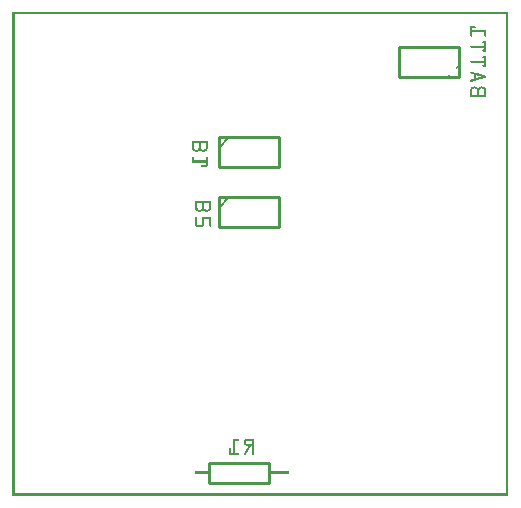
<source format=gbo>
G04 MADE WITH FRITZING*
G04 WWW.FRITZING.ORG*
G04 DOUBLE SIDED*
G04 HOLES PLATED*
G04 CONTOUR ON CENTER OF CONTOUR VECTOR*
%ASAXBY*%
%FSLAX23Y23*%
%MOIN*%
%OFA0B0*%
%SFA1.0B1.0*%
%ADD10C,0.010000*%
%ADD11C,0.005000*%
%ADD12R,0.001000X0.001000*%
%LNSILK0*%
G90*
G70*
G54D10*
X855Y110D02*
X655Y110D01*
D02*
X655Y110D02*
X655Y44D01*
D02*
X655Y44D02*
X855Y44D01*
D02*
X855Y44D02*
X855Y110D01*
D02*
X687Y1196D02*
X887Y1196D01*
D02*
X887Y1196D02*
X887Y1096D01*
D02*
X887Y1096D02*
X687Y1096D01*
D02*
X687Y1096D02*
X687Y1196D01*
G54D11*
D02*
X722Y1196D02*
X687Y1161D01*
G54D10*
D02*
X687Y996D02*
X887Y996D01*
D02*
X887Y996D02*
X887Y896D01*
D02*
X887Y896D02*
X687Y896D01*
D02*
X687Y896D02*
X687Y996D01*
G54D11*
D02*
X722Y996D02*
X687Y961D01*
G54D10*
D02*
X1487Y1396D02*
X1287Y1396D01*
D02*
X1287Y1396D02*
X1287Y1496D01*
D02*
X1287Y1496D02*
X1487Y1496D01*
D02*
X1487Y1496D02*
X1487Y1396D01*
G54D12*
X0Y1614D02*
X1652Y1614D01*
X0Y1613D02*
X1652Y1613D01*
X0Y1612D02*
X1652Y1612D01*
X0Y1611D02*
X1652Y1611D01*
X0Y1610D02*
X1652Y1610D01*
X0Y1609D02*
X1652Y1609D01*
X0Y1608D02*
X1652Y1608D01*
X0Y1607D02*
X1652Y1607D01*
X0Y1606D02*
X7Y1606D01*
X1645Y1606D02*
X1652Y1606D01*
X0Y1605D02*
X7Y1605D01*
X1645Y1605D02*
X1652Y1605D01*
X0Y1604D02*
X7Y1604D01*
X1645Y1604D02*
X1652Y1604D01*
X0Y1603D02*
X7Y1603D01*
X1645Y1603D02*
X1652Y1603D01*
X0Y1602D02*
X7Y1602D01*
X1645Y1602D02*
X1652Y1602D01*
X0Y1601D02*
X7Y1601D01*
X1645Y1601D02*
X1652Y1601D01*
X0Y1600D02*
X7Y1600D01*
X1645Y1600D02*
X1652Y1600D01*
X0Y1599D02*
X7Y1599D01*
X1645Y1599D02*
X1652Y1599D01*
X0Y1598D02*
X7Y1598D01*
X1645Y1598D02*
X1652Y1598D01*
X0Y1597D02*
X7Y1597D01*
X1645Y1597D02*
X1652Y1597D01*
X0Y1596D02*
X7Y1596D01*
X1645Y1596D02*
X1652Y1596D01*
X0Y1595D02*
X7Y1595D01*
X1645Y1595D02*
X1652Y1595D01*
X0Y1594D02*
X7Y1594D01*
X1645Y1594D02*
X1652Y1594D01*
X0Y1593D02*
X7Y1593D01*
X1645Y1593D02*
X1652Y1593D01*
X0Y1592D02*
X7Y1592D01*
X1645Y1592D02*
X1652Y1592D01*
X0Y1591D02*
X7Y1591D01*
X1645Y1591D02*
X1652Y1591D01*
X0Y1590D02*
X7Y1590D01*
X1645Y1590D02*
X1652Y1590D01*
X0Y1589D02*
X7Y1589D01*
X1645Y1589D02*
X1652Y1589D01*
X0Y1588D02*
X7Y1588D01*
X1645Y1588D02*
X1652Y1588D01*
X0Y1587D02*
X7Y1587D01*
X1645Y1587D02*
X1652Y1587D01*
X0Y1586D02*
X7Y1586D01*
X1645Y1586D02*
X1652Y1586D01*
X0Y1585D02*
X7Y1585D01*
X1645Y1585D02*
X1652Y1585D01*
X0Y1584D02*
X7Y1584D01*
X1645Y1584D02*
X1652Y1584D01*
X0Y1583D02*
X7Y1583D01*
X1645Y1583D02*
X1652Y1583D01*
X0Y1582D02*
X7Y1582D01*
X1645Y1582D02*
X1652Y1582D01*
X0Y1581D02*
X7Y1581D01*
X1645Y1581D02*
X1652Y1581D01*
X0Y1580D02*
X7Y1580D01*
X1645Y1580D02*
X1652Y1580D01*
X0Y1579D02*
X7Y1579D01*
X1645Y1579D02*
X1652Y1579D01*
X0Y1578D02*
X7Y1578D01*
X1645Y1578D02*
X1652Y1578D01*
X0Y1577D02*
X7Y1577D01*
X1645Y1577D02*
X1652Y1577D01*
X0Y1576D02*
X7Y1576D01*
X1645Y1576D02*
X1652Y1576D01*
X0Y1575D02*
X7Y1575D01*
X1645Y1575D02*
X1652Y1575D01*
X0Y1574D02*
X7Y1574D01*
X1645Y1574D02*
X1652Y1574D01*
X0Y1573D02*
X7Y1573D01*
X1645Y1573D02*
X1652Y1573D01*
X0Y1572D02*
X7Y1572D01*
X1645Y1572D02*
X1652Y1572D01*
X0Y1571D02*
X7Y1571D01*
X1645Y1571D02*
X1652Y1571D01*
X0Y1570D02*
X7Y1570D01*
X1645Y1570D02*
X1652Y1570D01*
X0Y1569D02*
X7Y1569D01*
X1645Y1569D02*
X1652Y1569D01*
X0Y1568D02*
X7Y1568D01*
X1645Y1568D02*
X1652Y1568D01*
X0Y1567D02*
X7Y1567D01*
X1645Y1567D02*
X1652Y1567D01*
X0Y1566D02*
X7Y1566D01*
X1645Y1566D02*
X1652Y1566D01*
X0Y1565D02*
X7Y1565D01*
X1526Y1565D02*
X1542Y1565D01*
X1645Y1565D02*
X1652Y1565D01*
X0Y1564D02*
X7Y1564D01*
X1525Y1564D02*
X1543Y1564D01*
X1645Y1564D02*
X1652Y1564D01*
X0Y1563D02*
X7Y1563D01*
X1525Y1563D02*
X1544Y1563D01*
X1645Y1563D02*
X1652Y1563D01*
X0Y1562D02*
X7Y1562D01*
X1525Y1562D02*
X1545Y1562D01*
X1645Y1562D02*
X1652Y1562D01*
X0Y1561D02*
X7Y1561D01*
X1525Y1561D02*
X1546Y1561D01*
X1645Y1561D02*
X1652Y1561D01*
X0Y1560D02*
X7Y1560D01*
X1525Y1560D02*
X1546Y1560D01*
X1645Y1560D02*
X1652Y1560D01*
X0Y1559D02*
X7Y1559D01*
X1525Y1559D02*
X1546Y1559D01*
X1645Y1559D02*
X1652Y1559D01*
X0Y1558D02*
X7Y1558D01*
X1525Y1558D02*
X1531Y1558D01*
X1645Y1558D02*
X1652Y1558D01*
X0Y1557D02*
X7Y1557D01*
X1525Y1557D02*
X1531Y1557D01*
X1645Y1557D02*
X1652Y1557D01*
X0Y1556D02*
X7Y1556D01*
X1525Y1556D02*
X1531Y1556D01*
X1645Y1556D02*
X1652Y1556D01*
X0Y1555D02*
X7Y1555D01*
X1525Y1555D02*
X1531Y1555D01*
X1645Y1555D02*
X1652Y1555D01*
X0Y1554D02*
X7Y1554D01*
X1525Y1554D02*
X1531Y1554D01*
X1645Y1554D02*
X1652Y1554D01*
X0Y1553D02*
X7Y1553D01*
X1525Y1553D02*
X1531Y1553D01*
X1645Y1553D02*
X1652Y1553D01*
X0Y1552D02*
X7Y1552D01*
X1525Y1552D02*
X1578Y1552D01*
X1645Y1552D02*
X1652Y1552D01*
X0Y1551D02*
X7Y1551D01*
X1525Y1551D02*
X1578Y1551D01*
X1645Y1551D02*
X1652Y1551D01*
X0Y1550D02*
X7Y1550D01*
X1525Y1550D02*
X1578Y1550D01*
X1645Y1550D02*
X1652Y1550D01*
X0Y1549D02*
X7Y1549D01*
X1525Y1549D02*
X1578Y1549D01*
X1645Y1549D02*
X1652Y1549D01*
X0Y1548D02*
X7Y1548D01*
X1525Y1548D02*
X1578Y1548D01*
X1645Y1548D02*
X1652Y1548D01*
X0Y1547D02*
X7Y1547D01*
X1525Y1547D02*
X1578Y1547D01*
X1645Y1547D02*
X1652Y1547D01*
X0Y1546D02*
X7Y1546D01*
X1525Y1546D02*
X1578Y1546D01*
X1645Y1546D02*
X1652Y1546D01*
X0Y1545D02*
X7Y1545D01*
X1525Y1545D02*
X1531Y1545D01*
X1572Y1545D02*
X1578Y1545D01*
X1645Y1545D02*
X1652Y1545D01*
X0Y1544D02*
X7Y1544D01*
X1525Y1544D02*
X1531Y1544D01*
X1572Y1544D02*
X1578Y1544D01*
X1645Y1544D02*
X1652Y1544D01*
X0Y1543D02*
X7Y1543D01*
X1525Y1543D02*
X1531Y1543D01*
X1572Y1543D02*
X1578Y1543D01*
X1645Y1543D02*
X1652Y1543D01*
X0Y1542D02*
X7Y1542D01*
X1525Y1542D02*
X1531Y1542D01*
X1572Y1542D02*
X1578Y1542D01*
X1645Y1542D02*
X1652Y1542D01*
X0Y1541D02*
X7Y1541D01*
X1525Y1541D02*
X1531Y1541D01*
X1572Y1541D02*
X1578Y1541D01*
X1645Y1541D02*
X1652Y1541D01*
X0Y1540D02*
X7Y1540D01*
X1525Y1540D02*
X1531Y1540D01*
X1572Y1540D02*
X1578Y1540D01*
X1645Y1540D02*
X1652Y1540D01*
X0Y1539D02*
X7Y1539D01*
X1525Y1539D02*
X1531Y1539D01*
X1572Y1539D02*
X1578Y1539D01*
X1645Y1539D02*
X1652Y1539D01*
X0Y1538D02*
X7Y1538D01*
X1525Y1538D02*
X1531Y1538D01*
X1572Y1538D02*
X1578Y1538D01*
X1645Y1538D02*
X1652Y1538D01*
X0Y1537D02*
X7Y1537D01*
X1525Y1537D02*
X1531Y1537D01*
X1572Y1537D02*
X1578Y1537D01*
X1645Y1537D02*
X1652Y1537D01*
X0Y1536D02*
X7Y1536D01*
X1525Y1536D02*
X1531Y1536D01*
X1572Y1536D02*
X1578Y1536D01*
X1645Y1536D02*
X1652Y1536D01*
X0Y1535D02*
X7Y1535D01*
X1525Y1535D02*
X1531Y1535D01*
X1572Y1535D02*
X1578Y1535D01*
X1645Y1535D02*
X1652Y1535D01*
X0Y1534D02*
X7Y1534D01*
X1525Y1534D02*
X1531Y1534D01*
X1572Y1534D02*
X1578Y1534D01*
X1645Y1534D02*
X1652Y1534D01*
X0Y1533D02*
X7Y1533D01*
X1526Y1533D02*
X1530Y1533D01*
X1573Y1533D02*
X1578Y1533D01*
X1645Y1533D02*
X1652Y1533D01*
X0Y1532D02*
X7Y1532D01*
X1527Y1532D02*
X1530Y1532D01*
X1574Y1532D02*
X1577Y1532D01*
X1645Y1532D02*
X1652Y1532D01*
X0Y1531D02*
X7Y1531D01*
X1645Y1531D02*
X1652Y1531D01*
X0Y1530D02*
X7Y1530D01*
X1645Y1530D02*
X1652Y1530D01*
X0Y1529D02*
X7Y1529D01*
X1645Y1529D02*
X1652Y1529D01*
X0Y1528D02*
X7Y1528D01*
X1645Y1528D02*
X1652Y1528D01*
X0Y1527D02*
X7Y1527D01*
X1645Y1527D02*
X1652Y1527D01*
X0Y1526D02*
X7Y1526D01*
X1645Y1526D02*
X1652Y1526D01*
X0Y1525D02*
X7Y1525D01*
X1645Y1525D02*
X1652Y1525D01*
X0Y1524D02*
X7Y1524D01*
X1645Y1524D02*
X1652Y1524D01*
X0Y1523D02*
X7Y1523D01*
X1645Y1523D02*
X1652Y1523D01*
X0Y1522D02*
X7Y1522D01*
X1645Y1522D02*
X1652Y1522D01*
X0Y1521D02*
X7Y1521D01*
X1645Y1521D02*
X1652Y1521D01*
X0Y1520D02*
X7Y1520D01*
X1645Y1520D02*
X1652Y1520D01*
X0Y1519D02*
X7Y1519D01*
X1645Y1519D02*
X1652Y1519D01*
X0Y1518D02*
X7Y1518D01*
X1645Y1518D02*
X1652Y1518D01*
X0Y1517D02*
X7Y1517D01*
X1645Y1517D02*
X1652Y1517D01*
X0Y1516D02*
X7Y1516D01*
X1645Y1516D02*
X1652Y1516D01*
X0Y1515D02*
X7Y1515D01*
X1568Y1515D02*
X1578Y1515D01*
X1645Y1515D02*
X1652Y1515D01*
X0Y1514D02*
X7Y1514D01*
X1567Y1514D02*
X1578Y1514D01*
X1645Y1514D02*
X1652Y1514D01*
X0Y1513D02*
X7Y1513D01*
X1566Y1513D02*
X1578Y1513D01*
X1645Y1513D02*
X1652Y1513D01*
X0Y1512D02*
X7Y1512D01*
X1566Y1512D02*
X1578Y1512D01*
X1645Y1512D02*
X1652Y1512D01*
X0Y1511D02*
X7Y1511D01*
X1566Y1511D02*
X1578Y1511D01*
X1645Y1511D02*
X1652Y1511D01*
X0Y1510D02*
X7Y1510D01*
X1567Y1510D02*
X1578Y1510D01*
X1645Y1510D02*
X1652Y1510D01*
X0Y1509D02*
X7Y1509D01*
X1568Y1509D02*
X1578Y1509D01*
X1645Y1509D02*
X1652Y1509D01*
X0Y1508D02*
X7Y1508D01*
X1572Y1508D02*
X1578Y1508D01*
X1645Y1508D02*
X1652Y1508D01*
X0Y1507D02*
X7Y1507D01*
X1572Y1507D02*
X1578Y1507D01*
X1645Y1507D02*
X1652Y1507D01*
X0Y1506D02*
X7Y1506D01*
X1572Y1506D02*
X1578Y1506D01*
X1645Y1506D02*
X1652Y1506D01*
X0Y1505D02*
X7Y1505D01*
X1572Y1505D02*
X1578Y1505D01*
X1645Y1505D02*
X1652Y1505D01*
X0Y1504D02*
X7Y1504D01*
X1572Y1504D02*
X1578Y1504D01*
X1645Y1504D02*
X1652Y1504D01*
X0Y1503D02*
X7Y1503D01*
X1572Y1503D02*
X1578Y1503D01*
X1645Y1503D02*
X1652Y1503D01*
X0Y1502D02*
X7Y1502D01*
X1572Y1502D02*
X1578Y1502D01*
X1645Y1502D02*
X1652Y1502D01*
X0Y1501D02*
X7Y1501D01*
X1526Y1501D02*
X1578Y1501D01*
X1645Y1501D02*
X1652Y1501D01*
X0Y1500D02*
X7Y1500D01*
X1525Y1500D02*
X1578Y1500D01*
X1645Y1500D02*
X1652Y1500D01*
X0Y1499D02*
X7Y1499D01*
X1525Y1499D02*
X1578Y1499D01*
X1645Y1499D02*
X1652Y1499D01*
X0Y1498D02*
X7Y1498D01*
X1525Y1498D02*
X1578Y1498D01*
X1645Y1498D02*
X1652Y1498D01*
X0Y1497D02*
X7Y1497D01*
X1525Y1497D02*
X1578Y1497D01*
X1645Y1497D02*
X1652Y1497D01*
X0Y1496D02*
X7Y1496D01*
X1526Y1496D02*
X1578Y1496D01*
X1645Y1496D02*
X1652Y1496D01*
X0Y1495D02*
X7Y1495D01*
X1528Y1495D02*
X1578Y1495D01*
X1645Y1495D02*
X1652Y1495D01*
X0Y1494D02*
X7Y1494D01*
X1572Y1494D02*
X1578Y1494D01*
X1645Y1494D02*
X1652Y1494D01*
X0Y1493D02*
X7Y1493D01*
X1572Y1493D02*
X1578Y1493D01*
X1645Y1493D02*
X1652Y1493D01*
X0Y1492D02*
X7Y1492D01*
X1572Y1492D02*
X1578Y1492D01*
X1645Y1492D02*
X1652Y1492D01*
X0Y1491D02*
X7Y1491D01*
X1572Y1491D02*
X1578Y1491D01*
X1645Y1491D02*
X1652Y1491D01*
X0Y1490D02*
X7Y1490D01*
X1572Y1490D02*
X1578Y1490D01*
X1645Y1490D02*
X1652Y1490D01*
X0Y1489D02*
X7Y1489D01*
X1572Y1489D02*
X1578Y1489D01*
X1645Y1489D02*
X1652Y1489D01*
X0Y1488D02*
X7Y1488D01*
X1569Y1488D02*
X1578Y1488D01*
X1645Y1488D02*
X1652Y1488D01*
X0Y1487D02*
X7Y1487D01*
X1567Y1487D02*
X1578Y1487D01*
X1645Y1487D02*
X1652Y1487D01*
X0Y1486D02*
X7Y1486D01*
X1567Y1486D02*
X1578Y1486D01*
X1645Y1486D02*
X1652Y1486D01*
X0Y1485D02*
X7Y1485D01*
X1566Y1485D02*
X1578Y1485D01*
X1645Y1485D02*
X1652Y1485D01*
X0Y1484D02*
X7Y1484D01*
X1566Y1484D02*
X1578Y1484D01*
X1645Y1484D02*
X1652Y1484D01*
X0Y1483D02*
X7Y1483D01*
X1567Y1483D02*
X1578Y1483D01*
X1645Y1483D02*
X1652Y1483D01*
X0Y1482D02*
X7Y1482D01*
X1567Y1482D02*
X1578Y1482D01*
X1645Y1482D02*
X1652Y1482D01*
X0Y1481D02*
X7Y1481D01*
X1645Y1481D02*
X1652Y1481D01*
X0Y1480D02*
X7Y1480D01*
X1645Y1480D02*
X1652Y1480D01*
X0Y1479D02*
X7Y1479D01*
X1645Y1479D02*
X1652Y1479D01*
X0Y1478D02*
X7Y1478D01*
X1645Y1478D02*
X1652Y1478D01*
X0Y1477D02*
X7Y1477D01*
X1645Y1477D02*
X1652Y1477D01*
X0Y1476D02*
X7Y1476D01*
X1645Y1476D02*
X1652Y1476D01*
X0Y1475D02*
X7Y1475D01*
X1645Y1475D02*
X1652Y1475D01*
X0Y1474D02*
X7Y1474D01*
X1645Y1474D02*
X1652Y1474D01*
X0Y1473D02*
X7Y1473D01*
X1645Y1473D02*
X1652Y1473D01*
X0Y1472D02*
X7Y1472D01*
X1645Y1472D02*
X1652Y1472D01*
X0Y1471D02*
X7Y1471D01*
X1645Y1471D02*
X1652Y1471D01*
X0Y1470D02*
X7Y1470D01*
X1645Y1470D02*
X1652Y1470D01*
X0Y1469D02*
X7Y1469D01*
X1645Y1469D02*
X1652Y1469D01*
X0Y1468D02*
X7Y1468D01*
X1645Y1468D02*
X1652Y1468D01*
X0Y1467D02*
X7Y1467D01*
X1645Y1467D02*
X1652Y1467D01*
X0Y1466D02*
X7Y1466D01*
X1645Y1466D02*
X1652Y1466D01*
X0Y1465D02*
X7Y1465D01*
X1568Y1465D02*
X1578Y1465D01*
X1645Y1465D02*
X1652Y1465D01*
X0Y1464D02*
X7Y1464D01*
X1567Y1464D02*
X1578Y1464D01*
X1645Y1464D02*
X1652Y1464D01*
X0Y1463D02*
X7Y1463D01*
X1566Y1463D02*
X1578Y1463D01*
X1645Y1463D02*
X1652Y1463D01*
X0Y1462D02*
X7Y1462D01*
X1566Y1462D02*
X1578Y1462D01*
X1645Y1462D02*
X1652Y1462D01*
X0Y1461D02*
X7Y1461D01*
X1566Y1461D02*
X1578Y1461D01*
X1645Y1461D02*
X1652Y1461D01*
X0Y1460D02*
X7Y1460D01*
X1567Y1460D02*
X1578Y1460D01*
X1645Y1460D02*
X1652Y1460D01*
X0Y1459D02*
X7Y1459D01*
X1568Y1459D02*
X1578Y1459D01*
X1645Y1459D02*
X1652Y1459D01*
X0Y1458D02*
X7Y1458D01*
X1572Y1458D02*
X1578Y1458D01*
X1645Y1458D02*
X1652Y1458D01*
X0Y1457D02*
X7Y1457D01*
X1572Y1457D02*
X1578Y1457D01*
X1645Y1457D02*
X1652Y1457D01*
X0Y1456D02*
X7Y1456D01*
X1572Y1456D02*
X1578Y1456D01*
X1645Y1456D02*
X1652Y1456D01*
X0Y1455D02*
X7Y1455D01*
X1572Y1455D02*
X1578Y1455D01*
X1645Y1455D02*
X1652Y1455D01*
X0Y1454D02*
X7Y1454D01*
X1572Y1454D02*
X1578Y1454D01*
X1645Y1454D02*
X1652Y1454D01*
X0Y1453D02*
X7Y1453D01*
X1572Y1453D02*
X1578Y1453D01*
X1645Y1453D02*
X1652Y1453D01*
X0Y1452D02*
X7Y1452D01*
X1572Y1452D02*
X1578Y1452D01*
X1645Y1452D02*
X1652Y1452D01*
X0Y1451D02*
X7Y1451D01*
X1527Y1451D02*
X1578Y1451D01*
X1645Y1451D02*
X1652Y1451D01*
X0Y1450D02*
X7Y1450D01*
X1526Y1450D02*
X1578Y1450D01*
X1645Y1450D02*
X1652Y1450D01*
X0Y1449D02*
X7Y1449D01*
X1525Y1449D02*
X1578Y1449D01*
X1645Y1449D02*
X1652Y1449D01*
X0Y1448D02*
X7Y1448D01*
X1525Y1448D02*
X1578Y1448D01*
X1645Y1448D02*
X1652Y1448D01*
X0Y1447D02*
X7Y1447D01*
X1525Y1447D02*
X1578Y1447D01*
X1645Y1447D02*
X1652Y1447D01*
X0Y1446D02*
X7Y1446D01*
X1526Y1446D02*
X1578Y1446D01*
X1645Y1446D02*
X1652Y1446D01*
X0Y1445D02*
X7Y1445D01*
X1527Y1445D02*
X1578Y1445D01*
X1645Y1445D02*
X1652Y1445D01*
X0Y1444D02*
X7Y1444D01*
X1572Y1444D02*
X1578Y1444D01*
X1645Y1444D02*
X1652Y1444D01*
X0Y1443D02*
X7Y1443D01*
X1572Y1443D02*
X1578Y1443D01*
X1645Y1443D02*
X1652Y1443D01*
X0Y1442D02*
X7Y1442D01*
X1572Y1442D02*
X1578Y1442D01*
X1645Y1442D02*
X1652Y1442D01*
X0Y1441D02*
X7Y1441D01*
X1572Y1441D02*
X1578Y1441D01*
X1645Y1441D02*
X1652Y1441D01*
X0Y1440D02*
X7Y1440D01*
X1572Y1440D02*
X1578Y1440D01*
X1645Y1440D02*
X1652Y1440D01*
X0Y1439D02*
X7Y1439D01*
X1572Y1439D02*
X1578Y1439D01*
X1645Y1439D02*
X1652Y1439D01*
X0Y1438D02*
X7Y1438D01*
X1572Y1438D02*
X1578Y1438D01*
X1645Y1438D02*
X1652Y1438D01*
X0Y1437D02*
X7Y1437D01*
X1568Y1437D02*
X1578Y1437D01*
X1645Y1437D02*
X1652Y1437D01*
X0Y1436D02*
X7Y1436D01*
X1567Y1436D02*
X1578Y1436D01*
X1645Y1436D02*
X1652Y1436D01*
X0Y1435D02*
X7Y1435D01*
X1566Y1435D02*
X1578Y1435D01*
X1645Y1435D02*
X1652Y1435D01*
X0Y1434D02*
X7Y1434D01*
X1566Y1434D02*
X1578Y1434D01*
X1645Y1434D02*
X1652Y1434D01*
X0Y1433D02*
X7Y1433D01*
X1567Y1433D02*
X1578Y1433D01*
X1645Y1433D02*
X1652Y1433D01*
X0Y1432D02*
X7Y1432D01*
X1483Y1432D02*
X1484Y1432D01*
X1567Y1432D02*
X1578Y1432D01*
X1645Y1432D02*
X1652Y1432D01*
X0Y1431D02*
X7Y1431D01*
X1482Y1431D02*
X1485Y1431D01*
X1569Y1431D02*
X1578Y1431D01*
X1645Y1431D02*
X1652Y1431D01*
X0Y1430D02*
X7Y1430D01*
X1481Y1430D02*
X1486Y1430D01*
X1645Y1430D02*
X1652Y1430D01*
X0Y1429D02*
X7Y1429D01*
X1480Y1429D02*
X1486Y1429D01*
X1645Y1429D02*
X1652Y1429D01*
X0Y1428D02*
X7Y1428D01*
X1480Y1428D02*
X1485Y1428D01*
X1645Y1428D02*
X1652Y1428D01*
X0Y1427D02*
X7Y1427D01*
X1480Y1427D02*
X1484Y1427D01*
X1645Y1427D02*
X1652Y1427D01*
X0Y1426D02*
X7Y1426D01*
X1480Y1426D02*
X1483Y1426D01*
X1645Y1426D02*
X1652Y1426D01*
X0Y1425D02*
X7Y1425D01*
X1480Y1425D02*
X1482Y1425D01*
X1645Y1425D02*
X1652Y1425D01*
X0Y1424D02*
X7Y1424D01*
X1480Y1424D02*
X1481Y1424D01*
X1645Y1424D02*
X1652Y1424D01*
X0Y1423D02*
X7Y1423D01*
X1480Y1423D02*
X1480Y1423D01*
X1645Y1423D02*
X1652Y1423D01*
X0Y1422D02*
X7Y1422D01*
X1645Y1422D02*
X1652Y1422D01*
X0Y1421D02*
X7Y1421D01*
X1645Y1421D02*
X1652Y1421D01*
X0Y1420D02*
X7Y1420D01*
X1645Y1420D02*
X1652Y1420D01*
X0Y1419D02*
X7Y1419D01*
X1645Y1419D02*
X1652Y1419D01*
X0Y1418D02*
X7Y1418D01*
X1645Y1418D02*
X1652Y1418D01*
X0Y1417D02*
X7Y1417D01*
X1645Y1417D02*
X1652Y1417D01*
X0Y1416D02*
X7Y1416D01*
X1645Y1416D02*
X1652Y1416D01*
X0Y1415D02*
X7Y1415D01*
X1527Y1415D02*
X1529Y1415D01*
X1645Y1415D02*
X1652Y1415D01*
X0Y1414D02*
X7Y1414D01*
X1526Y1414D02*
X1532Y1414D01*
X1645Y1414D02*
X1652Y1414D01*
X0Y1413D02*
X7Y1413D01*
X1525Y1413D02*
X1536Y1413D01*
X1645Y1413D02*
X1652Y1413D01*
X0Y1412D02*
X7Y1412D01*
X1525Y1412D02*
X1539Y1412D01*
X1645Y1412D02*
X1652Y1412D01*
X0Y1411D02*
X7Y1411D01*
X1525Y1411D02*
X1542Y1411D01*
X1645Y1411D02*
X1652Y1411D01*
X0Y1410D02*
X7Y1410D01*
X1526Y1410D02*
X1546Y1410D01*
X1645Y1410D02*
X1652Y1410D01*
X0Y1409D02*
X7Y1409D01*
X1526Y1409D02*
X1549Y1409D01*
X1645Y1409D02*
X1652Y1409D01*
X0Y1408D02*
X7Y1408D01*
X1529Y1408D02*
X1553Y1408D01*
X1645Y1408D02*
X1652Y1408D01*
X0Y1407D02*
X7Y1407D01*
X1532Y1407D02*
X1556Y1407D01*
X1645Y1407D02*
X1652Y1407D01*
X0Y1406D02*
X7Y1406D01*
X1536Y1406D02*
X1560Y1406D01*
X1645Y1406D02*
X1652Y1406D01*
X0Y1405D02*
X7Y1405D01*
X1537Y1405D02*
X1563Y1405D01*
X1645Y1405D02*
X1652Y1405D01*
X0Y1404D02*
X7Y1404D01*
X1537Y1404D02*
X1566Y1404D01*
X1645Y1404D02*
X1652Y1404D01*
X0Y1403D02*
X7Y1403D01*
X1537Y1403D02*
X1543Y1403D01*
X1546Y1403D02*
X1570Y1403D01*
X1645Y1403D02*
X1652Y1403D01*
X0Y1402D02*
X7Y1402D01*
X1453Y1402D02*
X1459Y1402D01*
X1537Y1402D02*
X1543Y1402D01*
X1549Y1402D02*
X1573Y1402D01*
X1645Y1402D02*
X1652Y1402D01*
X0Y1401D02*
X7Y1401D01*
X1452Y1401D02*
X1458Y1401D01*
X1537Y1401D02*
X1543Y1401D01*
X1553Y1401D02*
X1576Y1401D01*
X1645Y1401D02*
X1652Y1401D01*
X0Y1400D02*
X7Y1400D01*
X1451Y1400D02*
X1457Y1400D01*
X1537Y1400D02*
X1543Y1400D01*
X1556Y1400D02*
X1577Y1400D01*
X1645Y1400D02*
X1652Y1400D01*
X0Y1399D02*
X7Y1399D01*
X1450Y1399D02*
X1456Y1399D01*
X1537Y1399D02*
X1543Y1399D01*
X1559Y1399D02*
X1578Y1399D01*
X1645Y1399D02*
X1652Y1399D01*
X0Y1398D02*
X7Y1398D01*
X1450Y1398D02*
X1455Y1398D01*
X1537Y1398D02*
X1543Y1398D01*
X1562Y1398D02*
X1578Y1398D01*
X1645Y1398D02*
X1652Y1398D01*
X0Y1397D02*
X7Y1397D01*
X1450Y1397D02*
X1454Y1397D01*
X1537Y1397D02*
X1543Y1397D01*
X1560Y1397D02*
X1578Y1397D01*
X1645Y1397D02*
X1652Y1397D01*
X0Y1396D02*
X7Y1396D01*
X1451Y1396D02*
X1453Y1396D01*
X1537Y1396D02*
X1543Y1396D01*
X1557Y1396D02*
X1578Y1396D01*
X1645Y1396D02*
X1652Y1396D01*
X0Y1395D02*
X7Y1395D01*
X1452Y1395D02*
X1452Y1395D01*
X1537Y1395D02*
X1543Y1395D01*
X1553Y1395D02*
X1576Y1395D01*
X1645Y1395D02*
X1652Y1395D01*
X0Y1394D02*
X7Y1394D01*
X1537Y1394D02*
X1543Y1394D01*
X1550Y1394D02*
X1574Y1394D01*
X1645Y1394D02*
X1652Y1394D01*
X0Y1393D02*
X7Y1393D01*
X1537Y1393D02*
X1543Y1393D01*
X1546Y1393D02*
X1570Y1393D01*
X1645Y1393D02*
X1652Y1393D01*
X0Y1392D02*
X7Y1392D01*
X1537Y1392D02*
X1567Y1392D01*
X1645Y1392D02*
X1652Y1392D01*
X0Y1391D02*
X7Y1391D01*
X1537Y1391D02*
X1563Y1391D01*
X1645Y1391D02*
X1652Y1391D01*
X0Y1390D02*
X7Y1390D01*
X1536Y1390D02*
X1560Y1390D01*
X1645Y1390D02*
X1652Y1390D01*
X0Y1389D02*
X7Y1389D01*
X1533Y1389D02*
X1557Y1389D01*
X1645Y1389D02*
X1652Y1389D01*
X0Y1388D02*
X7Y1388D01*
X1529Y1388D02*
X1553Y1388D01*
X1645Y1388D02*
X1652Y1388D01*
X0Y1387D02*
X7Y1387D01*
X1527Y1387D02*
X1550Y1387D01*
X1645Y1387D02*
X1652Y1387D01*
X0Y1386D02*
X7Y1386D01*
X1526Y1386D02*
X1546Y1386D01*
X1645Y1386D02*
X1652Y1386D01*
X0Y1385D02*
X7Y1385D01*
X1525Y1385D02*
X1543Y1385D01*
X1645Y1385D02*
X1652Y1385D01*
X0Y1384D02*
X7Y1384D01*
X1525Y1384D02*
X1539Y1384D01*
X1645Y1384D02*
X1652Y1384D01*
X0Y1383D02*
X7Y1383D01*
X1525Y1383D02*
X1536Y1383D01*
X1645Y1383D02*
X1652Y1383D01*
X0Y1382D02*
X7Y1382D01*
X1526Y1382D02*
X1533Y1382D01*
X1645Y1382D02*
X1652Y1382D01*
X0Y1381D02*
X7Y1381D01*
X1527Y1381D02*
X1529Y1381D01*
X1645Y1381D02*
X1652Y1381D01*
X0Y1380D02*
X7Y1380D01*
X1645Y1380D02*
X1652Y1380D01*
X0Y1379D02*
X7Y1379D01*
X1645Y1379D02*
X1652Y1379D01*
X0Y1378D02*
X7Y1378D01*
X1645Y1378D02*
X1652Y1378D01*
X0Y1377D02*
X7Y1377D01*
X1645Y1377D02*
X1652Y1377D01*
X0Y1376D02*
X7Y1376D01*
X1645Y1376D02*
X1652Y1376D01*
X0Y1375D02*
X7Y1375D01*
X1645Y1375D02*
X1652Y1375D01*
X0Y1374D02*
X7Y1374D01*
X1645Y1374D02*
X1652Y1374D01*
X0Y1373D02*
X7Y1373D01*
X1645Y1373D02*
X1652Y1373D01*
X0Y1372D02*
X7Y1372D01*
X1645Y1372D02*
X1652Y1372D01*
X0Y1371D02*
X7Y1371D01*
X1645Y1371D02*
X1652Y1371D01*
X0Y1370D02*
X7Y1370D01*
X1645Y1370D02*
X1652Y1370D01*
X0Y1369D02*
X7Y1369D01*
X1645Y1369D02*
X1652Y1369D01*
X0Y1368D02*
X7Y1368D01*
X1645Y1368D02*
X1652Y1368D01*
X0Y1367D02*
X7Y1367D01*
X1645Y1367D02*
X1652Y1367D01*
X0Y1366D02*
X7Y1366D01*
X1645Y1366D02*
X1652Y1366D01*
X0Y1365D02*
X7Y1365D01*
X1538Y1365D02*
X1541Y1365D01*
X1562Y1365D02*
X1565Y1365D01*
X1645Y1365D02*
X1652Y1365D01*
X0Y1364D02*
X7Y1364D01*
X1534Y1364D02*
X1546Y1364D01*
X1557Y1364D02*
X1569Y1364D01*
X1645Y1364D02*
X1652Y1364D01*
X0Y1363D02*
X7Y1363D01*
X1532Y1363D02*
X1548Y1363D01*
X1555Y1363D02*
X1571Y1363D01*
X1645Y1363D02*
X1652Y1363D01*
X0Y1362D02*
X7Y1362D01*
X1530Y1362D02*
X1549Y1362D01*
X1554Y1362D02*
X1573Y1362D01*
X1645Y1362D02*
X1652Y1362D01*
X0Y1361D02*
X7Y1361D01*
X1529Y1361D02*
X1550Y1361D01*
X1553Y1361D02*
X1574Y1361D01*
X1645Y1361D02*
X1652Y1361D01*
X0Y1360D02*
X7Y1360D01*
X1528Y1360D02*
X1575Y1360D01*
X1645Y1360D02*
X1652Y1360D01*
X0Y1359D02*
X7Y1359D01*
X1528Y1359D02*
X1576Y1359D01*
X1645Y1359D02*
X1652Y1359D01*
X0Y1358D02*
X7Y1358D01*
X1527Y1358D02*
X1537Y1358D01*
X1542Y1358D02*
X1561Y1358D01*
X1566Y1358D02*
X1576Y1358D01*
X1645Y1358D02*
X1652Y1358D01*
X0Y1357D02*
X7Y1357D01*
X1526Y1357D02*
X1534Y1357D01*
X1545Y1357D02*
X1558Y1357D01*
X1569Y1357D02*
X1577Y1357D01*
X1645Y1357D02*
X1652Y1357D01*
X0Y1356D02*
X7Y1356D01*
X1526Y1356D02*
X1533Y1356D01*
X1546Y1356D02*
X1557Y1356D01*
X1570Y1356D02*
X1577Y1356D01*
X1645Y1356D02*
X1652Y1356D01*
X0Y1355D02*
X7Y1355D01*
X1526Y1355D02*
X1532Y1355D01*
X1547Y1355D02*
X1556Y1355D01*
X1571Y1355D02*
X1578Y1355D01*
X1645Y1355D02*
X1652Y1355D01*
X0Y1354D02*
X7Y1354D01*
X1525Y1354D02*
X1532Y1354D01*
X1548Y1354D02*
X1555Y1354D01*
X1571Y1354D02*
X1578Y1354D01*
X1645Y1354D02*
X1652Y1354D01*
X0Y1353D02*
X7Y1353D01*
X1525Y1353D02*
X1531Y1353D01*
X1548Y1353D02*
X1555Y1353D01*
X1572Y1353D02*
X1578Y1353D01*
X1645Y1353D02*
X1652Y1353D01*
X0Y1352D02*
X7Y1352D01*
X1525Y1352D02*
X1531Y1352D01*
X1549Y1352D02*
X1555Y1352D01*
X1572Y1352D02*
X1578Y1352D01*
X1645Y1352D02*
X1652Y1352D01*
X0Y1351D02*
X7Y1351D01*
X1525Y1351D02*
X1531Y1351D01*
X1549Y1351D02*
X1555Y1351D01*
X1572Y1351D02*
X1578Y1351D01*
X1645Y1351D02*
X1652Y1351D01*
X0Y1350D02*
X7Y1350D01*
X1525Y1350D02*
X1531Y1350D01*
X1549Y1350D02*
X1555Y1350D01*
X1572Y1350D02*
X1578Y1350D01*
X1645Y1350D02*
X1652Y1350D01*
X0Y1349D02*
X7Y1349D01*
X1525Y1349D02*
X1531Y1349D01*
X1549Y1349D02*
X1555Y1349D01*
X1572Y1349D02*
X1578Y1349D01*
X1645Y1349D02*
X1652Y1349D01*
X0Y1348D02*
X7Y1348D01*
X1525Y1348D02*
X1531Y1348D01*
X1549Y1348D02*
X1555Y1348D01*
X1572Y1348D02*
X1578Y1348D01*
X1645Y1348D02*
X1652Y1348D01*
X0Y1347D02*
X7Y1347D01*
X1525Y1347D02*
X1531Y1347D01*
X1549Y1347D02*
X1555Y1347D01*
X1572Y1347D02*
X1578Y1347D01*
X1645Y1347D02*
X1652Y1347D01*
X0Y1346D02*
X7Y1346D01*
X1525Y1346D02*
X1531Y1346D01*
X1549Y1346D02*
X1555Y1346D01*
X1572Y1346D02*
X1578Y1346D01*
X1645Y1346D02*
X1652Y1346D01*
X0Y1345D02*
X7Y1345D01*
X1525Y1345D02*
X1531Y1345D01*
X1549Y1345D02*
X1555Y1345D01*
X1572Y1345D02*
X1578Y1345D01*
X1645Y1345D02*
X1652Y1345D01*
X0Y1344D02*
X7Y1344D01*
X1525Y1344D02*
X1531Y1344D01*
X1549Y1344D02*
X1555Y1344D01*
X1572Y1344D02*
X1578Y1344D01*
X1645Y1344D02*
X1652Y1344D01*
X0Y1343D02*
X7Y1343D01*
X1525Y1343D02*
X1531Y1343D01*
X1549Y1343D02*
X1555Y1343D01*
X1572Y1343D02*
X1578Y1343D01*
X1645Y1343D02*
X1652Y1343D01*
X0Y1342D02*
X7Y1342D01*
X1525Y1342D02*
X1531Y1342D01*
X1549Y1342D02*
X1555Y1342D01*
X1572Y1342D02*
X1578Y1342D01*
X1645Y1342D02*
X1652Y1342D01*
X0Y1341D02*
X7Y1341D01*
X1525Y1341D02*
X1531Y1341D01*
X1549Y1341D02*
X1555Y1341D01*
X1572Y1341D02*
X1578Y1341D01*
X1645Y1341D02*
X1652Y1341D01*
X0Y1340D02*
X7Y1340D01*
X1525Y1340D02*
X1531Y1340D01*
X1549Y1340D02*
X1555Y1340D01*
X1572Y1340D02*
X1578Y1340D01*
X1645Y1340D02*
X1652Y1340D01*
X0Y1339D02*
X7Y1339D01*
X1525Y1339D02*
X1531Y1339D01*
X1549Y1339D02*
X1555Y1339D01*
X1572Y1339D02*
X1578Y1339D01*
X1645Y1339D02*
X1652Y1339D01*
X0Y1338D02*
X7Y1338D01*
X1525Y1338D02*
X1531Y1338D01*
X1549Y1338D02*
X1555Y1338D01*
X1572Y1338D02*
X1578Y1338D01*
X1645Y1338D02*
X1652Y1338D01*
X0Y1337D02*
X7Y1337D01*
X1525Y1337D02*
X1578Y1337D01*
X1645Y1337D02*
X1652Y1337D01*
X0Y1336D02*
X7Y1336D01*
X1525Y1336D02*
X1578Y1336D01*
X1645Y1336D02*
X1652Y1336D01*
X0Y1335D02*
X7Y1335D01*
X1525Y1335D02*
X1578Y1335D01*
X1645Y1335D02*
X1652Y1335D01*
X0Y1334D02*
X7Y1334D01*
X1525Y1334D02*
X1578Y1334D01*
X1645Y1334D02*
X1652Y1334D01*
X0Y1333D02*
X7Y1333D01*
X1525Y1333D02*
X1578Y1333D01*
X1645Y1333D02*
X1652Y1333D01*
X0Y1332D02*
X7Y1332D01*
X1525Y1332D02*
X1578Y1332D01*
X1645Y1332D02*
X1652Y1332D01*
X0Y1331D02*
X7Y1331D01*
X1525Y1331D02*
X1578Y1331D01*
X1645Y1331D02*
X1652Y1331D01*
X0Y1330D02*
X7Y1330D01*
X1645Y1330D02*
X1652Y1330D01*
X0Y1329D02*
X7Y1329D01*
X1645Y1329D02*
X1652Y1329D01*
X0Y1328D02*
X7Y1328D01*
X1645Y1328D02*
X1652Y1328D01*
X0Y1327D02*
X7Y1327D01*
X1645Y1327D02*
X1652Y1327D01*
X0Y1326D02*
X7Y1326D01*
X1645Y1326D02*
X1652Y1326D01*
X0Y1325D02*
X7Y1325D01*
X1645Y1325D02*
X1652Y1325D01*
X0Y1324D02*
X7Y1324D01*
X1645Y1324D02*
X1652Y1324D01*
X0Y1323D02*
X7Y1323D01*
X1645Y1323D02*
X1652Y1323D01*
X0Y1322D02*
X7Y1322D01*
X1645Y1322D02*
X1652Y1322D01*
X0Y1321D02*
X7Y1321D01*
X1645Y1321D02*
X1652Y1321D01*
X0Y1320D02*
X7Y1320D01*
X1645Y1320D02*
X1652Y1320D01*
X0Y1319D02*
X7Y1319D01*
X1645Y1319D02*
X1652Y1319D01*
X0Y1318D02*
X7Y1318D01*
X1645Y1318D02*
X1652Y1318D01*
X0Y1317D02*
X7Y1317D01*
X1645Y1317D02*
X1652Y1317D01*
X0Y1316D02*
X7Y1316D01*
X1645Y1316D02*
X1652Y1316D01*
X0Y1315D02*
X7Y1315D01*
X1645Y1315D02*
X1652Y1315D01*
X0Y1314D02*
X7Y1314D01*
X1645Y1314D02*
X1652Y1314D01*
X0Y1313D02*
X7Y1313D01*
X1645Y1313D02*
X1652Y1313D01*
X0Y1312D02*
X7Y1312D01*
X1645Y1312D02*
X1652Y1312D01*
X0Y1311D02*
X7Y1311D01*
X1645Y1311D02*
X1652Y1311D01*
X0Y1310D02*
X7Y1310D01*
X1645Y1310D02*
X1652Y1310D01*
X0Y1309D02*
X7Y1309D01*
X1645Y1309D02*
X1652Y1309D01*
X0Y1308D02*
X7Y1308D01*
X1645Y1308D02*
X1652Y1308D01*
X0Y1307D02*
X7Y1307D01*
X1645Y1307D02*
X1652Y1307D01*
X0Y1306D02*
X7Y1306D01*
X1645Y1306D02*
X1652Y1306D01*
X0Y1305D02*
X7Y1305D01*
X1645Y1305D02*
X1652Y1305D01*
X0Y1304D02*
X7Y1304D01*
X1645Y1304D02*
X1652Y1304D01*
X0Y1303D02*
X7Y1303D01*
X1645Y1303D02*
X1652Y1303D01*
X0Y1302D02*
X7Y1302D01*
X1645Y1302D02*
X1652Y1302D01*
X0Y1301D02*
X7Y1301D01*
X1645Y1301D02*
X1652Y1301D01*
X0Y1300D02*
X7Y1300D01*
X1645Y1300D02*
X1652Y1300D01*
X0Y1299D02*
X7Y1299D01*
X1645Y1299D02*
X1652Y1299D01*
X0Y1298D02*
X7Y1298D01*
X1645Y1298D02*
X1652Y1298D01*
X0Y1297D02*
X7Y1297D01*
X1645Y1297D02*
X1652Y1297D01*
X0Y1296D02*
X7Y1296D01*
X1645Y1296D02*
X1652Y1296D01*
X0Y1295D02*
X7Y1295D01*
X1645Y1295D02*
X1652Y1295D01*
X0Y1294D02*
X7Y1294D01*
X1645Y1294D02*
X1652Y1294D01*
X0Y1293D02*
X7Y1293D01*
X1645Y1293D02*
X1652Y1293D01*
X0Y1292D02*
X7Y1292D01*
X1645Y1292D02*
X1652Y1292D01*
X0Y1291D02*
X7Y1291D01*
X1645Y1291D02*
X1652Y1291D01*
X0Y1290D02*
X7Y1290D01*
X1645Y1290D02*
X1652Y1290D01*
X0Y1289D02*
X7Y1289D01*
X1645Y1289D02*
X1652Y1289D01*
X0Y1288D02*
X7Y1288D01*
X1645Y1288D02*
X1652Y1288D01*
X0Y1287D02*
X7Y1287D01*
X1645Y1287D02*
X1652Y1287D01*
X0Y1286D02*
X7Y1286D01*
X1645Y1286D02*
X1652Y1286D01*
X0Y1285D02*
X7Y1285D01*
X1645Y1285D02*
X1652Y1285D01*
X0Y1284D02*
X7Y1284D01*
X1645Y1284D02*
X1652Y1284D01*
X0Y1283D02*
X7Y1283D01*
X1645Y1283D02*
X1652Y1283D01*
X0Y1282D02*
X7Y1282D01*
X1645Y1282D02*
X1652Y1282D01*
X0Y1281D02*
X7Y1281D01*
X1645Y1281D02*
X1652Y1281D01*
X0Y1280D02*
X7Y1280D01*
X1645Y1280D02*
X1652Y1280D01*
X0Y1279D02*
X7Y1279D01*
X1645Y1279D02*
X1652Y1279D01*
X0Y1278D02*
X7Y1278D01*
X1645Y1278D02*
X1652Y1278D01*
X0Y1277D02*
X7Y1277D01*
X1645Y1277D02*
X1652Y1277D01*
X0Y1276D02*
X7Y1276D01*
X1645Y1276D02*
X1652Y1276D01*
X0Y1275D02*
X7Y1275D01*
X1645Y1275D02*
X1652Y1275D01*
X0Y1274D02*
X7Y1274D01*
X1645Y1274D02*
X1652Y1274D01*
X0Y1273D02*
X7Y1273D01*
X1645Y1273D02*
X1652Y1273D01*
X0Y1272D02*
X7Y1272D01*
X1645Y1272D02*
X1652Y1272D01*
X0Y1271D02*
X7Y1271D01*
X1645Y1271D02*
X1652Y1271D01*
X0Y1270D02*
X7Y1270D01*
X1645Y1270D02*
X1652Y1270D01*
X0Y1269D02*
X7Y1269D01*
X1645Y1269D02*
X1652Y1269D01*
X0Y1268D02*
X7Y1268D01*
X1645Y1268D02*
X1652Y1268D01*
X0Y1267D02*
X7Y1267D01*
X1645Y1267D02*
X1652Y1267D01*
X0Y1266D02*
X7Y1266D01*
X1645Y1266D02*
X1652Y1266D01*
X0Y1265D02*
X7Y1265D01*
X1645Y1265D02*
X1652Y1265D01*
X0Y1264D02*
X7Y1264D01*
X1645Y1264D02*
X1652Y1264D01*
X0Y1263D02*
X7Y1263D01*
X1645Y1263D02*
X1652Y1263D01*
X0Y1262D02*
X7Y1262D01*
X1645Y1262D02*
X1652Y1262D01*
X0Y1261D02*
X7Y1261D01*
X1645Y1261D02*
X1652Y1261D01*
X0Y1260D02*
X7Y1260D01*
X1645Y1260D02*
X1652Y1260D01*
X0Y1259D02*
X7Y1259D01*
X1645Y1259D02*
X1652Y1259D01*
X0Y1258D02*
X7Y1258D01*
X1645Y1258D02*
X1652Y1258D01*
X0Y1257D02*
X7Y1257D01*
X1645Y1257D02*
X1652Y1257D01*
X0Y1256D02*
X7Y1256D01*
X1645Y1256D02*
X1652Y1256D01*
X0Y1255D02*
X7Y1255D01*
X1645Y1255D02*
X1652Y1255D01*
X0Y1254D02*
X7Y1254D01*
X1645Y1254D02*
X1652Y1254D01*
X0Y1253D02*
X7Y1253D01*
X1645Y1253D02*
X1652Y1253D01*
X0Y1252D02*
X7Y1252D01*
X1645Y1252D02*
X1652Y1252D01*
X0Y1251D02*
X7Y1251D01*
X1645Y1251D02*
X1652Y1251D01*
X0Y1250D02*
X7Y1250D01*
X1645Y1250D02*
X1652Y1250D01*
X0Y1249D02*
X7Y1249D01*
X1645Y1249D02*
X1652Y1249D01*
X0Y1248D02*
X7Y1248D01*
X1645Y1248D02*
X1652Y1248D01*
X0Y1247D02*
X7Y1247D01*
X1645Y1247D02*
X1652Y1247D01*
X0Y1246D02*
X7Y1246D01*
X1645Y1246D02*
X1652Y1246D01*
X0Y1245D02*
X7Y1245D01*
X1645Y1245D02*
X1652Y1245D01*
X0Y1244D02*
X7Y1244D01*
X1645Y1244D02*
X1652Y1244D01*
X0Y1243D02*
X7Y1243D01*
X1645Y1243D02*
X1652Y1243D01*
X0Y1242D02*
X7Y1242D01*
X1645Y1242D02*
X1652Y1242D01*
X0Y1241D02*
X7Y1241D01*
X1645Y1241D02*
X1652Y1241D01*
X0Y1240D02*
X7Y1240D01*
X1645Y1240D02*
X1652Y1240D01*
X0Y1239D02*
X7Y1239D01*
X1645Y1239D02*
X1652Y1239D01*
X0Y1238D02*
X7Y1238D01*
X1645Y1238D02*
X1652Y1238D01*
X0Y1237D02*
X7Y1237D01*
X1645Y1237D02*
X1652Y1237D01*
X0Y1236D02*
X7Y1236D01*
X1645Y1236D02*
X1652Y1236D01*
X0Y1235D02*
X7Y1235D01*
X1645Y1235D02*
X1652Y1235D01*
X0Y1234D02*
X7Y1234D01*
X1645Y1234D02*
X1652Y1234D01*
X0Y1233D02*
X7Y1233D01*
X1645Y1233D02*
X1652Y1233D01*
X0Y1232D02*
X7Y1232D01*
X1645Y1232D02*
X1652Y1232D01*
X0Y1231D02*
X7Y1231D01*
X1645Y1231D02*
X1652Y1231D01*
X0Y1230D02*
X7Y1230D01*
X1645Y1230D02*
X1652Y1230D01*
X0Y1229D02*
X7Y1229D01*
X1645Y1229D02*
X1652Y1229D01*
X0Y1228D02*
X7Y1228D01*
X1645Y1228D02*
X1652Y1228D01*
X0Y1227D02*
X7Y1227D01*
X1645Y1227D02*
X1652Y1227D01*
X0Y1226D02*
X7Y1226D01*
X1645Y1226D02*
X1652Y1226D01*
X0Y1225D02*
X7Y1225D01*
X1645Y1225D02*
X1652Y1225D01*
X0Y1224D02*
X7Y1224D01*
X1645Y1224D02*
X1652Y1224D01*
X0Y1223D02*
X7Y1223D01*
X1645Y1223D02*
X1652Y1223D01*
X0Y1222D02*
X7Y1222D01*
X1645Y1222D02*
X1652Y1222D01*
X0Y1221D02*
X7Y1221D01*
X1645Y1221D02*
X1652Y1221D01*
X0Y1220D02*
X7Y1220D01*
X1645Y1220D02*
X1652Y1220D01*
X0Y1219D02*
X7Y1219D01*
X1645Y1219D02*
X1652Y1219D01*
X0Y1218D02*
X7Y1218D01*
X1645Y1218D02*
X1652Y1218D01*
X0Y1217D02*
X7Y1217D01*
X1645Y1217D02*
X1652Y1217D01*
X0Y1216D02*
X7Y1216D01*
X1645Y1216D02*
X1652Y1216D01*
X0Y1215D02*
X7Y1215D01*
X1645Y1215D02*
X1652Y1215D01*
X0Y1214D02*
X7Y1214D01*
X1645Y1214D02*
X1652Y1214D01*
X0Y1213D02*
X7Y1213D01*
X1645Y1213D02*
X1652Y1213D01*
X0Y1212D02*
X7Y1212D01*
X1645Y1212D02*
X1652Y1212D01*
X0Y1211D02*
X7Y1211D01*
X1645Y1211D02*
X1652Y1211D01*
X0Y1210D02*
X7Y1210D01*
X1645Y1210D02*
X1652Y1210D01*
X0Y1209D02*
X7Y1209D01*
X1645Y1209D02*
X1652Y1209D01*
X0Y1208D02*
X7Y1208D01*
X1645Y1208D02*
X1652Y1208D01*
X0Y1207D02*
X7Y1207D01*
X1645Y1207D02*
X1652Y1207D01*
X0Y1206D02*
X7Y1206D01*
X1645Y1206D02*
X1652Y1206D01*
X0Y1205D02*
X7Y1205D01*
X1645Y1205D02*
X1652Y1205D01*
X0Y1204D02*
X7Y1204D01*
X1645Y1204D02*
X1652Y1204D01*
X0Y1203D02*
X7Y1203D01*
X1645Y1203D02*
X1652Y1203D01*
X0Y1202D02*
X7Y1202D01*
X1645Y1202D02*
X1652Y1202D01*
X0Y1201D02*
X7Y1201D01*
X1645Y1201D02*
X1652Y1201D01*
X0Y1200D02*
X7Y1200D01*
X1645Y1200D02*
X1652Y1200D01*
X0Y1199D02*
X7Y1199D01*
X1645Y1199D02*
X1652Y1199D01*
X0Y1198D02*
X7Y1198D01*
X1645Y1198D02*
X1652Y1198D01*
X0Y1197D02*
X7Y1197D01*
X1645Y1197D02*
X1652Y1197D01*
X0Y1196D02*
X7Y1196D01*
X1645Y1196D02*
X1652Y1196D01*
X0Y1195D02*
X7Y1195D01*
X1645Y1195D02*
X1652Y1195D01*
X0Y1194D02*
X7Y1194D01*
X1645Y1194D02*
X1652Y1194D01*
X0Y1193D02*
X7Y1193D01*
X1645Y1193D02*
X1652Y1193D01*
X0Y1192D02*
X7Y1192D01*
X1645Y1192D02*
X1652Y1192D01*
X0Y1191D02*
X7Y1191D01*
X1645Y1191D02*
X1652Y1191D01*
X0Y1190D02*
X7Y1190D01*
X1645Y1190D02*
X1652Y1190D01*
X0Y1189D02*
X7Y1189D01*
X1645Y1189D02*
X1652Y1189D01*
X0Y1188D02*
X7Y1188D01*
X1645Y1188D02*
X1652Y1188D01*
X0Y1187D02*
X7Y1187D01*
X1645Y1187D02*
X1652Y1187D01*
X0Y1186D02*
X7Y1186D01*
X1645Y1186D02*
X1652Y1186D01*
X0Y1185D02*
X7Y1185D01*
X1645Y1185D02*
X1652Y1185D01*
X0Y1184D02*
X7Y1184D01*
X1645Y1184D02*
X1652Y1184D01*
X0Y1183D02*
X7Y1183D01*
X1645Y1183D02*
X1652Y1183D01*
X0Y1182D02*
X7Y1182D01*
X598Y1182D02*
X650Y1182D01*
X1645Y1182D02*
X1652Y1182D01*
X0Y1181D02*
X7Y1181D01*
X598Y1181D02*
X651Y1181D01*
X1645Y1181D02*
X1652Y1181D01*
X0Y1180D02*
X7Y1180D01*
X598Y1180D02*
X651Y1180D01*
X1645Y1180D02*
X1652Y1180D01*
X0Y1179D02*
X7Y1179D01*
X598Y1179D02*
X651Y1179D01*
X1645Y1179D02*
X1652Y1179D01*
X0Y1178D02*
X7Y1178D01*
X598Y1178D02*
X651Y1178D01*
X1645Y1178D02*
X1652Y1178D01*
X0Y1177D02*
X7Y1177D01*
X598Y1177D02*
X651Y1177D01*
X1645Y1177D02*
X1652Y1177D01*
X0Y1176D02*
X7Y1176D01*
X598Y1176D02*
X651Y1176D01*
X1645Y1176D02*
X1652Y1176D01*
X0Y1175D02*
X7Y1175D01*
X598Y1175D02*
X604Y1175D01*
X621Y1175D02*
X628Y1175D01*
X644Y1175D02*
X651Y1175D01*
X1645Y1175D02*
X1652Y1175D01*
X0Y1174D02*
X7Y1174D01*
X598Y1174D02*
X604Y1174D01*
X621Y1174D02*
X627Y1174D01*
X645Y1174D02*
X651Y1174D01*
X1645Y1174D02*
X1652Y1174D01*
X0Y1173D02*
X7Y1173D01*
X598Y1173D02*
X604Y1173D01*
X621Y1173D02*
X627Y1173D01*
X645Y1173D02*
X651Y1173D01*
X1645Y1173D02*
X1652Y1173D01*
X0Y1172D02*
X7Y1172D01*
X598Y1172D02*
X604Y1172D01*
X621Y1172D02*
X627Y1172D01*
X645Y1172D02*
X651Y1172D01*
X1645Y1172D02*
X1652Y1172D01*
X0Y1171D02*
X7Y1171D01*
X598Y1171D02*
X604Y1171D01*
X621Y1171D02*
X627Y1171D01*
X645Y1171D02*
X651Y1171D01*
X1645Y1171D02*
X1652Y1171D01*
X0Y1170D02*
X7Y1170D01*
X598Y1170D02*
X604Y1170D01*
X621Y1170D02*
X627Y1170D01*
X645Y1170D02*
X651Y1170D01*
X1645Y1170D02*
X1652Y1170D01*
X0Y1169D02*
X7Y1169D01*
X598Y1169D02*
X604Y1169D01*
X621Y1169D02*
X627Y1169D01*
X645Y1169D02*
X651Y1169D01*
X1645Y1169D02*
X1652Y1169D01*
X0Y1168D02*
X7Y1168D01*
X598Y1168D02*
X604Y1168D01*
X621Y1168D02*
X627Y1168D01*
X645Y1168D02*
X651Y1168D01*
X1645Y1168D02*
X1652Y1168D01*
X0Y1167D02*
X7Y1167D01*
X598Y1167D02*
X604Y1167D01*
X621Y1167D02*
X627Y1167D01*
X645Y1167D02*
X651Y1167D01*
X1645Y1167D02*
X1652Y1167D01*
X0Y1166D02*
X7Y1166D01*
X598Y1166D02*
X604Y1166D01*
X621Y1166D02*
X627Y1166D01*
X645Y1166D02*
X651Y1166D01*
X1645Y1166D02*
X1652Y1166D01*
X0Y1165D02*
X7Y1165D01*
X598Y1165D02*
X604Y1165D01*
X621Y1165D02*
X627Y1165D01*
X645Y1165D02*
X651Y1165D01*
X1645Y1165D02*
X1652Y1165D01*
X0Y1164D02*
X7Y1164D01*
X598Y1164D02*
X604Y1164D01*
X621Y1164D02*
X627Y1164D01*
X645Y1164D02*
X651Y1164D01*
X1645Y1164D02*
X1652Y1164D01*
X0Y1163D02*
X7Y1163D01*
X598Y1163D02*
X604Y1163D01*
X621Y1163D02*
X627Y1163D01*
X645Y1163D02*
X651Y1163D01*
X1645Y1163D02*
X1652Y1163D01*
X0Y1162D02*
X7Y1162D01*
X598Y1162D02*
X604Y1162D01*
X621Y1162D02*
X627Y1162D01*
X645Y1162D02*
X651Y1162D01*
X1645Y1162D02*
X1652Y1162D01*
X0Y1161D02*
X7Y1161D01*
X598Y1161D02*
X604Y1161D01*
X621Y1161D02*
X627Y1161D01*
X645Y1161D02*
X651Y1161D01*
X1645Y1161D02*
X1652Y1161D01*
X0Y1160D02*
X7Y1160D01*
X598Y1160D02*
X604Y1160D01*
X621Y1160D02*
X627Y1160D01*
X645Y1160D02*
X651Y1160D01*
X1645Y1160D02*
X1652Y1160D01*
X0Y1159D02*
X7Y1159D01*
X598Y1159D02*
X604Y1159D01*
X621Y1159D02*
X628Y1159D01*
X644Y1159D02*
X650Y1159D01*
X1645Y1159D02*
X1652Y1159D01*
X0Y1158D02*
X7Y1158D01*
X598Y1158D02*
X605Y1158D01*
X620Y1158D02*
X628Y1158D01*
X644Y1158D02*
X650Y1158D01*
X1645Y1158D02*
X1652Y1158D01*
X0Y1157D02*
X7Y1157D01*
X598Y1157D02*
X605Y1157D01*
X619Y1157D02*
X629Y1157D01*
X643Y1157D02*
X650Y1157D01*
X1645Y1157D02*
X1652Y1157D01*
X0Y1156D02*
X7Y1156D01*
X599Y1156D02*
X606Y1156D01*
X618Y1156D02*
X630Y1156D01*
X642Y1156D02*
X650Y1156D01*
X1645Y1156D02*
X1652Y1156D01*
X0Y1155D02*
X7Y1155D01*
X599Y1155D02*
X608Y1155D01*
X617Y1155D02*
X632Y1155D01*
X640Y1155D02*
X649Y1155D01*
X1645Y1155D02*
X1652Y1155D01*
X0Y1154D02*
X7Y1154D01*
X600Y1154D02*
X648Y1154D01*
X1645Y1154D02*
X1652Y1154D01*
X0Y1153D02*
X7Y1153D01*
X601Y1153D02*
X648Y1153D01*
X1645Y1153D02*
X1652Y1153D01*
X0Y1152D02*
X7Y1152D01*
X601Y1152D02*
X623Y1152D01*
X625Y1152D02*
X647Y1152D01*
X1645Y1152D02*
X1652Y1152D01*
X0Y1151D02*
X7Y1151D01*
X603Y1151D02*
X622Y1151D01*
X626Y1151D02*
X646Y1151D01*
X1645Y1151D02*
X1652Y1151D01*
X0Y1150D02*
X7Y1150D01*
X604Y1150D02*
X621Y1150D01*
X627Y1150D02*
X645Y1150D01*
X1645Y1150D02*
X1652Y1150D01*
X0Y1149D02*
X7Y1149D01*
X605Y1149D02*
X619Y1149D01*
X629Y1149D02*
X643Y1149D01*
X1645Y1149D02*
X1652Y1149D01*
X0Y1148D02*
X7Y1148D01*
X608Y1148D02*
X617Y1148D01*
X632Y1148D02*
X640Y1148D01*
X1645Y1148D02*
X1652Y1148D01*
X0Y1147D02*
X7Y1147D01*
X1645Y1147D02*
X1652Y1147D01*
X0Y1146D02*
X7Y1146D01*
X1645Y1146D02*
X1652Y1146D01*
X0Y1145D02*
X7Y1145D01*
X1645Y1145D02*
X1652Y1145D01*
X0Y1144D02*
X7Y1144D01*
X1645Y1144D02*
X1652Y1144D01*
X0Y1143D02*
X7Y1143D01*
X1645Y1143D02*
X1652Y1143D01*
X0Y1142D02*
X7Y1142D01*
X1645Y1142D02*
X1652Y1142D01*
X0Y1141D02*
X7Y1141D01*
X1645Y1141D02*
X1652Y1141D01*
X0Y1140D02*
X7Y1140D01*
X1645Y1140D02*
X1652Y1140D01*
X0Y1139D02*
X7Y1139D01*
X1645Y1139D02*
X1652Y1139D01*
X0Y1138D02*
X7Y1138D01*
X1645Y1138D02*
X1652Y1138D01*
X0Y1137D02*
X7Y1137D01*
X1645Y1137D02*
X1652Y1137D01*
X0Y1136D02*
X7Y1136D01*
X1645Y1136D02*
X1652Y1136D01*
X0Y1135D02*
X7Y1135D01*
X1645Y1135D02*
X1652Y1135D01*
X0Y1134D02*
X7Y1134D01*
X1645Y1134D02*
X1652Y1134D01*
X0Y1133D02*
X7Y1133D01*
X1645Y1133D02*
X1652Y1133D01*
X0Y1132D02*
X7Y1132D01*
X1645Y1132D02*
X1652Y1132D01*
X0Y1131D02*
X7Y1131D01*
X599Y1131D02*
X602Y1131D01*
X646Y1131D02*
X649Y1131D01*
X1645Y1131D02*
X1652Y1131D01*
X0Y1130D02*
X7Y1130D01*
X598Y1130D02*
X603Y1130D01*
X645Y1130D02*
X650Y1130D01*
X1645Y1130D02*
X1652Y1130D01*
X0Y1129D02*
X7Y1129D01*
X598Y1129D02*
X603Y1129D01*
X645Y1129D02*
X651Y1129D01*
X1645Y1129D02*
X1652Y1129D01*
X0Y1128D02*
X7Y1128D01*
X598Y1128D02*
X604Y1128D01*
X645Y1128D02*
X651Y1128D01*
X1645Y1128D02*
X1652Y1128D01*
X0Y1127D02*
X7Y1127D01*
X598Y1127D02*
X604Y1127D01*
X645Y1127D02*
X651Y1127D01*
X1645Y1127D02*
X1652Y1127D01*
X0Y1126D02*
X7Y1126D01*
X598Y1126D02*
X604Y1126D01*
X645Y1126D02*
X651Y1126D01*
X1645Y1126D02*
X1652Y1126D01*
X0Y1125D02*
X7Y1125D01*
X598Y1125D02*
X604Y1125D01*
X645Y1125D02*
X651Y1125D01*
X1645Y1125D02*
X1652Y1125D01*
X0Y1124D02*
X7Y1124D01*
X598Y1124D02*
X604Y1124D01*
X645Y1124D02*
X651Y1124D01*
X1645Y1124D02*
X1652Y1124D01*
X0Y1123D02*
X7Y1123D01*
X598Y1123D02*
X604Y1123D01*
X645Y1123D02*
X651Y1123D01*
X1645Y1123D02*
X1652Y1123D01*
X0Y1122D02*
X7Y1122D01*
X598Y1122D02*
X604Y1122D01*
X645Y1122D02*
X651Y1122D01*
X1645Y1122D02*
X1652Y1122D01*
X0Y1121D02*
X7Y1121D01*
X598Y1121D02*
X604Y1121D01*
X645Y1121D02*
X651Y1121D01*
X1645Y1121D02*
X1652Y1121D01*
X0Y1120D02*
X7Y1120D01*
X598Y1120D02*
X604Y1120D01*
X645Y1120D02*
X651Y1120D01*
X1645Y1120D02*
X1652Y1120D01*
X0Y1119D02*
X7Y1119D01*
X598Y1119D02*
X604Y1119D01*
X645Y1119D02*
X651Y1119D01*
X1645Y1119D02*
X1652Y1119D01*
X0Y1118D02*
X7Y1118D01*
X598Y1118D02*
X651Y1118D01*
X1645Y1118D02*
X1652Y1118D01*
X0Y1117D02*
X7Y1117D01*
X598Y1117D02*
X651Y1117D01*
X1645Y1117D02*
X1652Y1117D01*
X0Y1116D02*
X7Y1116D01*
X598Y1116D02*
X651Y1116D01*
X1645Y1116D02*
X1652Y1116D01*
X0Y1115D02*
X7Y1115D01*
X598Y1115D02*
X651Y1115D01*
X1645Y1115D02*
X1652Y1115D01*
X0Y1114D02*
X7Y1114D01*
X598Y1114D02*
X651Y1114D01*
X1645Y1114D02*
X1652Y1114D01*
X0Y1113D02*
X7Y1113D01*
X598Y1113D02*
X651Y1113D01*
X1645Y1113D02*
X1652Y1113D01*
X0Y1112D02*
X7Y1112D01*
X598Y1112D02*
X651Y1112D01*
X1645Y1112D02*
X1652Y1112D01*
X0Y1111D02*
X7Y1111D01*
X644Y1111D02*
X651Y1111D01*
X1645Y1111D02*
X1652Y1111D01*
X0Y1110D02*
X7Y1110D01*
X645Y1110D02*
X651Y1110D01*
X1645Y1110D02*
X1652Y1110D01*
X0Y1109D02*
X7Y1109D01*
X645Y1109D02*
X651Y1109D01*
X1645Y1109D02*
X1652Y1109D01*
X0Y1108D02*
X7Y1108D01*
X645Y1108D02*
X651Y1108D01*
X1645Y1108D02*
X1652Y1108D01*
X0Y1107D02*
X7Y1107D01*
X645Y1107D02*
X651Y1107D01*
X1645Y1107D02*
X1652Y1107D01*
X0Y1106D02*
X7Y1106D01*
X645Y1106D02*
X651Y1106D01*
X1645Y1106D02*
X1652Y1106D01*
X0Y1105D02*
X7Y1105D01*
X645Y1105D02*
X651Y1105D01*
X1645Y1105D02*
X1652Y1105D01*
X0Y1104D02*
X7Y1104D01*
X629Y1104D02*
X651Y1104D01*
X1645Y1104D02*
X1652Y1104D01*
X0Y1103D02*
X7Y1103D01*
X628Y1103D02*
X651Y1103D01*
X1645Y1103D02*
X1652Y1103D01*
X0Y1102D02*
X7Y1102D01*
X627Y1102D02*
X651Y1102D01*
X1645Y1102D02*
X1652Y1102D01*
X0Y1101D02*
X7Y1101D01*
X627Y1101D02*
X651Y1101D01*
X1645Y1101D02*
X1652Y1101D01*
X0Y1100D02*
X7Y1100D01*
X627Y1100D02*
X651Y1100D01*
X1645Y1100D02*
X1652Y1100D01*
X0Y1099D02*
X7Y1099D01*
X628Y1099D02*
X650Y1099D01*
X1645Y1099D02*
X1652Y1099D01*
X0Y1098D02*
X7Y1098D01*
X629Y1098D02*
X649Y1098D01*
X1645Y1098D02*
X1652Y1098D01*
X0Y1097D02*
X7Y1097D01*
X1645Y1097D02*
X1652Y1097D01*
X0Y1096D02*
X7Y1096D01*
X1645Y1096D02*
X1652Y1096D01*
X0Y1095D02*
X7Y1095D01*
X1645Y1095D02*
X1652Y1095D01*
X0Y1094D02*
X7Y1094D01*
X1645Y1094D02*
X1652Y1094D01*
X0Y1093D02*
X7Y1093D01*
X1645Y1093D02*
X1652Y1093D01*
X0Y1092D02*
X7Y1092D01*
X1645Y1092D02*
X1652Y1092D01*
X0Y1091D02*
X7Y1091D01*
X1645Y1091D02*
X1652Y1091D01*
X0Y1090D02*
X7Y1090D01*
X1645Y1090D02*
X1652Y1090D01*
X0Y1089D02*
X7Y1089D01*
X1645Y1089D02*
X1652Y1089D01*
X0Y1088D02*
X7Y1088D01*
X1645Y1088D02*
X1652Y1088D01*
X0Y1087D02*
X7Y1087D01*
X1645Y1087D02*
X1652Y1087D01*
X0Y1086D02*
X7Y1086D01*
X1645Y1086D02*
X1652Y1086D01*
X0Y1085D02*
X7Y1085D01*
X1645Y1085D02*
X1652Y1085D01*
X0Y1084D02*
X7Y1084D01*
X1645Y1084D02*
X1652Y1084D01*
X0Y1083D02*
X7Y1083D01*
X1645Y1083D02*
X1652Y1083D01*
X0Y1082D02*
X7Y1082D01*
X1645Y1082D02*
X1652Y1082D01*
X0Y1081D02*
X7Y1081D01*
X1645Y1081D02*
X1652Y1081D01*
X0Y1080D02*
X7Y1080D01*
X1645Y1080D02*
X1652Y1080D01*
X0Y1079D02*
X7Y1079D01*
X1645Y1079D02*
X1652Y1079D01*
X0Y1078D02*
X7Y1078D01*
X1645Y1078D02*
X1652Y1078D01*
X0Y1077D02*
X7Y1077D01*
X1645Y1077D02*
X1652Y1077D01*
X0Y1076D02*
X7Y1076D01*
X1645Y1076D02*
X1652Y1076D01*
X0Y1075D02*
X7Y1075D01*
X1645Y1075D02*
X1652Y1075D01*
X0Y1074D02*
X7Y1074D01*
X1645Y1074D02*
X1652Y1074D01*
X0Y1073D02*
X7Y1073D01*
X1645Y1073D02*
X1652Y1073D01*
X0Y1072D02*
X7Y1072D01*
X1645Y1072D02*
X1652Y1072D01*
X0Y1071D02*
X7Y1071D01*
X1645Y1071D02*
X1652Y1071D01*
X0Y1070D02*
X7Y1070D01*
X1645Y1070D02*
X1652Y1070D01*
X0Y1069D02*
X7Y1069D01*
X1645Y1069D02*
X1652Y1069D01*
X0Y1068D02*
X7Y1068D01*
X1645Y1068D02*
X1652Y1068D01*
X0Y1067D02*
X7Y1067D01*
X1645Y1067D02*
X1652Y1067D01*
X0Y1066D02*
X7Y1066D01*
X1645Y1066D02*
X1652Y1066D01*
X0Y1065D02*
X7Y1065D01*
X1645Y1065D02*
X1652Y1065D01*
X0Y1064D02*
X7Y1064D01*
X1645Y1064D02*
X1652Y1064D01*
X0Y1063D02*
X7Y1063D01*
X1645Y1063D02*
X1652Y1063D01*
X0Y1062D02*
X7Y1062D01*
X1645Y1062D02*
X1652Y1062D01*
X0Y1061D02*
X7Y1061D01*
X1645Y1061D02*
X1652Y1061D01*
X0Y1060D02*
X7Y1060D01*
X1645Y1060D02*
X1652Y1060D01*
X0Y1059D02*
X7Y1059D01*
X1645Y1059D02*
X1652Y1059D01*
X0Y1058D02*
X7Y1058D01*
X1645Y1058D02*
X1652Y1058D01*
X0Y1057D02*
X7Y1057D01*
X1645Y1057D02*
X1652Y1057D01*
X0Y1056D02*
X7Y1056D01*
X1645Y1056D02*
X1652Y1056D01*
X0Y1055D02*
X7Y1055D01*
X1645Y1055D02*
X1652Y1055D01*
X0Y1054D02*
X7Y1054D01*
X1645Y1054D02*
X1652Y1054D01*
X0Y1053D02*
X7Y1053D01*
X1645Y1053D02*
X1652Y1053D01*
X0Y1052D02*
X7Y1052D01*
X1645Y1052D02*
X1652Y1052D01*
X0Y1051D02*
X7Y1051D01*
X1645Y1051D02*
X1652Y1051D01*
X0Y1050D02*
X7Y1050D01*
X1645Y1050D02*
X1652Y1050D01*
X0Y1049D02*
X7Y1049D01*
X1645Y1049D02*
X1652Y1049D01*
X0Y1048D02*
X7Y1048D01*
X1645Y1048D02*
X1652Y1048D01*
X0Y1047D02*
X7Y1047D01*
X1645Y1047D02*
X1652Y1047D01*
X0Y1046D02*
X7Y1046D01*
X1645Y1046D02*
X1652Y1046D01*
X0Y1045D02*
X7Y1045D01*
X1645Y1045D02*
X1652Y1045D01*
X0Y1044D02*
X7Y1044D01*
X1645Y1044D02*
X1652Y1044D01*
X0Y1043D02*
X7Y1043D01*
X1645Y1043D02*
X1652Y1043D01*
X0Y1042D02*
X7Y1042D01*
X1645Y1042D02*
X1652Y1042D01*
X0Y1041D02*
X7Y1041D01*
X1645Y1041D02*
X1652Y1041D01*
X0Y1040D02*
X7Y1040D01*
X1645Y1040D02*
X1652Y1040D01*
X0Y1039D02*
X7Y1039D01*
X1645Y1039D02*
X1652Y1039D01*
X0Y1038D02*
X7Y1038D01*
X1645Y1038D02*
X1652Y1038D01*
X0Y1037D02*
X7Y1037D01*
X1645Y1037D02*
X1652Y1037D01*
X0Y1036D02*
X7Y1036D01*
X1645Y1036D02*
X1652Y1036D01*
X0Y1035D02*
X7Y1035D01*
X1645Y1035D02*
X1652Y1035D01*
X0Y1034D02*
X7Y1034D01*
X1645Y1034D02*
X1652Y1034D01*
X0Y1033D02*
X7Y1033D01*
X1645Y1033D02*
X1652Y1033D01*
X0Y1032D02*
X7Y1032D01*
X1645Y1032D02*
X1652Y1032D01*
X0Y1031D02*
X7Y1031D01*
X1645Y1031D02*
X1652Y1031D01*
X0Y1030D02*
X7Y1030D01*
X1645Y1030D02*
X1652Y1030D01*
X0Y1029D02*
X7Y1029D01*
X1645Y1029D02*
X1652Y1029D01*
X0Y1028D02*
X7Y1028D01*
X1645Y1028D02*
X1652Y1028D01*
X0Y1027D02*
X7Y1027D01*
X1645Y1027D02*
X1652Y1027D01*
X0Y1026D02*
X7Y1026D01*
X1645Y1026D02*
X1652Y1026D01*
X0Y1025D02*
X7Y1025D01*
X1645Y1025D02*
X1652Y1025D01*
X0Y1024D02*
X7Y1024D01*
X1645Y1024D02*
X1652Y1024D01*
X0Y1023D02*
X7Y1023D01*
X1645Y1023D02*
X1652Y1023D01*
X0Y1022D02*
X7Y1022D01*
X1645Y1022D02*
X1652Y1022D01*
X0Y1021D02*
X7Y1021D01*
X1645Y1021D02*
X1652Y1021D01*
X0Y1020D02*
X7Y1020D01*
X1645Y1020D02*
X1652Y1020D01*
X0Y1019D02*
X7Y1019D01*
X1645Y1019D02*
X1652Y1019D01*
X0Y1018D02*
X7Y1018D01*
X1645Y1018D02*
X1652Y1018D01*
X0Y1017D02*
X7Y1017D01*
X1645Y1017D02*
X1652Y1017D01*
X0Y1016D02*
X7Y1016D01*
X1645Y1016D02*
X1652Y1016D01*
X0Y1015D02*
X7Y1015D01*
X1645Y1015D02*
X1652Y1015D01*
X0Y1014D02*
X7Y1014D01*
X1645Y1014D02*
X1652Y1014D01*
X0Y1013D02*
X7Y1013D01*
X1645Y1013D02*
X1652Y1013D01*
X0Y1012D02*
X7Y1012D01*
X1645Y1012D02*
X1652Y1012D01*
X0Y1011D02*
X7Y1011D01*
X1645Y1011D02*
X1652Y1011D01*
X0Y1010D02*
X7Y1010D01*
X1645Y1010D02*
X1652Y1010D01*
X0Y1009D02*
X7Y1009D01*
X1645Y1009D02*
X1652Y1009D01*
X0Y1008D02*
X7Y1008D01*
X1645Y1008D02*
X1652Y1008D01*
X0Y1007D02*
X7Y1007D01*
X1645Y1007D02*
X1652Y1007D01*
X0Y1006D02*
X7Y1006D01*
X1645Y1006D02*
X1652Y1006D01*
X0Y1005D02*
X7Y1005D01*
X1645Y1005D02*
X1652Y1005D01*
X0Y1004D02*
X7Y1004D01*
X1645Y1004D02*
X1652Y1004D01*
X0Y1003D02*
X7Y1003D01*
X1645Y1003D02*
X1652Y1003D01*
X0Y1002D02*
X7Y1002D01*
X1645Y1002D02*
X1652Y1002D01*
X0Y1001D02*
X7Y1001D01*
X1645Y1001D02*
X1652Y1001D01*
X0Y1000D02*
X7Y1000D01*
X1645Y1000D02*
X1652Y1000D01*
X0Y999D02*
X7Y999D01*
X1645Y999D02*
X1652Y999D01*
X0Y998D02*
X7Y998D01*
X1645Y998D02*
X1652Y998D01*
X0Y997D02*
X7Y997D01*
X1645Y997D02*
X1652Y997D01*
X0Y996D02*
X7Y996D01*
X1645Y996D02*
X1652Y996D01*
X0Y995D02*
X7Y995D01*
X1645Y995D02*
X1652Y995D01*
X0Y994D02*
X7Y994D01*
X1645Y994D02*
X1652Y994D01*
X0Y993D02*
X7Y993D01*
X1645Y993D02*
X1652Y993D01*
X0Y992D02*
X7Y992D01*
X1645Y992D02*
X1652Y992D01*
X0Y991D02*
X7Y991D01*
X1645Y991D02*
X1652Y991D01*
X0Y990D02*
X7Y990D01*
X1645Y990D02*
X1652Y990D01*
X0Y989D02*
X7Y989D01*
X1645Y989D02*
X1652Y989D01*
X0Y988D02*
X7Y988D01*
X1645Y988D02*
X1652Y988D01*
X0Y987D02*
X7Y987D01*
X1645Y987D02*
X1652Y987D01*
X0Y986D02*
X7Y986D01*
X1645Y986D02*
X1652Y986D01*
X0Y985D02*
X7Y985D01*
X1645Y985D02*
X1652Y985D01*
X0Y984D02*
X7Y984D01*
X1645Y984D02*
X1652Y984D01*
X0Y983D02*
X7Y983D01*
X1645Y983D02*
X1652Y983D01*
X0Y982D02*
X7Y982D01*
X609Y982D02*
X662Y982D01*
X1645Y982D02*
X1652Y982D01*
X0Y981D02*
X7Y981D01*
X609Y981D02*
X662Y981D01*
X1645Y981D02*
X1652Y981D01*
X0Y980D02*
X7Y980D01*
X609Y980D02*
X662Y980D01*
X1645Y980D02*
X1652Y980D01*
X0Y979D02*
X7Y979D01*
X609Y979D02*
X662Y979D01*
X1645Y979D02*
X1652Y979D01*
X0Y978D02*
X7Y978D01*
X609Y978D02*
X662Y978D01*
X1645Y978D02*
X1652Y978D01*
X0Y977D02*
X7Y977D01*
X609Y977D02*
X662Y977D01*
X1645Y977D02*
X1652Y977D01*
X0Y976D02*
X7Y976D01*
X609Y976D02*
X662Y976D01*
X1645Y976D02*
X1652Y976D01*
X0Y975D02*
X7Y975D01*
X609Y975D02*
X615Y975D01*
X632Y975D02*
X639Y975D01*
X655Y975D02*
X662Y975D01*
X1645Y975D02*
X1652Y975D01*
X0Y974D02*
X7Y974D01*
X609Y974D02*
X615Y974D01*
X632Y974D02*
X638Y974D01*
X656Y974D02*
X662Y974D01*
X1645Y974D02*
X1652Y974D01*
X0Y973D02*
X7Y973D01*
X609Y973D02*
X615Y973D01*
X632Y973D02*
X638Y973D01*
X656Y973D02*
X662Y973D01*
X1645Y973D02*
X1652Y973D01*
X0Y972D02*
X7Y972D01*
X609Y972D02*
X615Y972D01*
X632Y972D02*
X638Y972D01*
X656Y972D02*
X662Y972D01*
X1645Y972D02*
X1652Y972D01*
X0Y971D02*
X7Y971D01*
X609Y971D02*
X615Y971D01*
X632Y971D02*
X638Y971D01*
X656Y971D02*
X662Y971D01*
X1645Y971D02*
X1652Y971D01*
X0Y970D02*
X7Y970D01*
X609Y970D02*
X615Y970D01*
X632Y970D02*
X638Y970D01*
X656Y970D02*
X662Y970D01*
X1645Y970D02*
X1652Y970D01*
X0Y969D02*
X7Y969D01*
X609Y969D02*
X615Y969D01*
X632Y969D02*
X638Y969D01*
X656Y969D02*
X662Y969D01*
X1645Y969D02*
X1652Y969D01*
X0Y968D02*
X7Y968D01*
X609Y968D02*
X615Y968D01*
X632Y968D02*
X638Y968D01*
X656Y968D02*
X662Y968D01*
X1645Y968D02*
X1652Y968D01*
X0Y967D02*
X7Y967D01*
X609Y967D02*
X615Y967D01*
X632Y967D02*
X638Y967D01*
X656Y967D02*
X662Y967D01*
X1645Y967D02*
X1652Y967D01*
X0Y966D02*
X7Y966D01*
X609Y966D02*
X615Y966D01*
X632Y966D02*
X638Y966D01*
X656Y966D02*
X662Y966D01*
X1645Y966D02*
X1652Y966D01*
X0Y965D02*
X7Y965D01*
X609Y965D02*
X615Y965D01*
X632Y965D02*
X638Y965D01*
X656Y965D02*
X662Y965D01*
X1645Y965D02*
X1652Y965D01*
X0Y964D02*
X7Y964D01*
X609Y964D02*
X615Y964D01*
X632Y964D02*
X638Y964D01*
X656Y964D02*
X662Y964D01*
X1645Y964D02*
X1652Y964D01*
X0Y963D02*
X7Y963D01*
X609Y963D02*
X615Y963D01*
X632Y963D02*
X638Y963D01*
X656Y963D02*
X662Y963D01*
X1645Y963D02*
X1652Y963D01*
X0Y962D02*
X7Y962D01*
X609Y962D02*
X615Y962D01*
X632Y962D02*
X638Y962D01*
X656Y962D02*
X662Y962D01*
X1645Y962D02*
X1652Y962D01*
X0Y961D02*
X7Y961D01*
X609Y961D02*
X615Y961D01*
X632Y961D02*
X638Y961D01*
X656Y961D02*
X662Y961D01*
X1645Y961D02*
X1652Y961D01*
X0Y960D02*
X7Y960D01*
X609Y960D02*
X615Y960D01*
X632Y960D02*
X638Y960D01*
X656Y960D02*
X662Y960D01*
X1645Y960D02*
X1652Y960D01*
X0Y959D02*
X7Y959D01*
X609Y959D02*
X615Y959D01*
X632Y959D02*
X639Y959D01*
X655Y959D02*
X662Y959D01*
X1645Y959D02*
X1652Y959D01*
X0Y958D02*
X7Y958D01*
X609Y958D02*
X616Y958D01*
X631Y958D02*
X639Y958D01*
X655Y958D02*
X661Y958D01*
X1645Y958D02*
X1652Y958D01*
X0Y957D02*
X7Y957D01*
X609Y957D02*
X616Y957D01*
X630Y957D02*
X640Y957D01*
X654Y957D02*
X661Y957D01*
X1645Y957D02*
X1652Y957D01*
X0Y956D02*
X7Y956D01*
X610Y956D02*
X618Y956D01*
X629Y956D02*
X641Y956D01*
X653Y956D02*
X661Y956D01*
X1645Y956D02*
X1652Y956D01*
X0Y955D02*
X7Y955D01*
X610Y955D02*
X619Y955D01*
X628Y955D02*
X643Y955D01*
X651Y955D02*
X660Y955D01*
X1645Y955D02*
X1652Y955D01*
X0Y954D02*
X7Y954D01*
X611Y954D02*
X660Y954D01*
X1645Y954D02*
X1652Y954D01*
X0Y953D02*
X7Y953D01*
X612Y953D02*
X659Y953D01*
X1645Y953D02*
X1652Y953D01*
X0Y952D02*
X7Y952D01*
X613Y952D02*
X634Y952D01*
X636Y952D02*
X658Y952D01*
X1645Y952D02*
X1652Y952D01*
X0Y951D02*
X7Y951D01*
X614Y951D02*
X633Y951D01*
X637Y951D02*
X657Y951D01*
X1645Y951D02*
X1652Y951D01*
X0Y950D02*
X7Y950D01*
X615Y950D02*
X632Y950D01*
X638Y950D02*
X656Y950D01*
X1645Y950D02*
X1652Y950D01*
X0Y949D02*
X7Y949D01*
X617Y949D02*
X630Y949D01*
X640Y949D02*
X654Y949D01*
X1645Y949D02*
X1652Y949D01*
X0Y948D02*
X7Y948D01*
X619Y948D02*
X628Y948D01*
X643Y948D02*
X651Y948D01*
X1645Y948D02*
X1652Y948D01*
X0Y947D02*
X7Y947D01*
X1645Y947D02*
X1652Y947D01*
X0Y946D02*
X7Y946D01*
X1645Y946D02*
X1652Y946D01*
X0Y945D02*
X7Y945D01*
X1645Y945D02*
X1652Y945D01*
X0Y944D02*
X7Y944D01*
X1645Y944D02*
X1652Y944D01*
X0Y943D02*
X7Y943D01*
X1645Y943D02*
X1652Y943D01*
X0Y942D02*
X7Y942D01*
X1645Y942D02*
X1652Y942D01*
X0Y941D02*
X7Y941D01*
X1645Y941D02*
X1652Y941D01*
X0Y940D02*
X7Y940D01*
X1645Y940D02*
X1652Y940D01*
X0Y939D02*
X7Y939D01*
X1645Y939D02*
X1652Y939D01*
X0Y938D02*
X7Y938D01*
X1645Y938D02*
X1652Y938D01*
X0Y937D02*
X7Y937D01*
X1645Y937D02*
X1652Y937D01*
X0Y936D02*
X7Y936D01*
X1645Y936D02*
X1652Y936D01*
X0Y935D02*
X7Y935D01*
X1645Y935D02*
X1652Y935D01*
X0Y934D02*
X7Y934D01*
X1645Y934D02*
X1652Y934D01*
X0Y933D02*
X7Y933D01*
X1645Y933D02*
X1652Y933D01*
X0Y932D02*
X7Y932D01*
X1645Y932D02*
X1652Y932D01*
X0Y931D02*
X7Y931D01*
X610Y931D02*
X613Y931D01*
X636Y931D02*
X662Y931D01*
X1645Y931D02*
X1652Y931D01*
X0Y930D02*
X7Y930D01*
X609Y930D02*
X614Y930D01*
X635Y930D02*
X662Y930D01*
X1645Y930D02*
X1652Y930D01*
X0Y929D02*
X7Y929D01*
X609Y929D02*
X615Y929D01*
X634Y929D02*
X662Y929D01*
X1645Y929D02*
X1652Y929D01*
X0Y928D02*
X7Y928D01*
X609Y928D02*
X615Y928D01*
X633Y928D02*
X662Y928D01*
X1645Y928D02*
X1652Y928D01*
X0Y927D02*
X7Y927D01*
X609Y927D02*
X615Y927D01*
X633Y927D02*
X662Y927D01*
X1645Y927D02*
X1652Y927D01*
X0Y926D02*
X7Y926D01*
X609Y926D02*
X615Y926D01*
X632Y926D02*
X662Y926D01*
X1645Y926D02*
X1652Y926D01*
X0Y925D02*
X7Y925D01*
X609Y925D02*
X615Y925D01*
X632Y925D02*
X662Y925D01*
X1645Y925D02*
X1652Y925D01*
X0Y924D02*
X7Y924D01*
X609Y924D02*
X615Y924D01*
X632Y924D02*
X638Y924D01*
X656Y924D02*
X662Y924D01*
X1645Y924D02*
X1652Y924D01*
X0Y923D02*
X7Y923D01*
X609Y923D02*
X615Y923D01*
X632Y923D02*
X638Y923D01*
X656Y923D02*
X662Y923D01*
X1645Y923D02*
X1652Y923D01*
X0Y922D02*
X7Y922D01*
X609Y922D02*
X615Y922D01*
X632Y922D02*
X638Y922D01*
X656Y922D02*
X662Y922D01*
X1645Y922D02*
X1652Y922D01*
X0Y921D02*
X7Y921D01*
X609Y921D02*
X615Y921D01*
X632Y921D02*
X638Y921D01*
X656Y921D02*
X662Y921D01*
X1645Y921D02*
X1652Y921D01*
X0Y920D02*
X7Y920D01*
X609Y920D02*
X615Y920D01*
X632Y920D02*
X638Y920D01*
X656Y920D02*
X662Y920D01*
X1645Y920D02*
X1652Y920D01*
X0Y919D02*
X7Y919D01*
X609Y919D02*
X615Y919D01*
X632Y919D02*
X638Y919D01*
X656Y919D02*
X662Y919D01*
X1645Y919D02*
X1652Y919D01*
X0Y918D02*
X7Y918D01*
X609Y918D02*
X615Y918D01*
X632Y918D02*
X638Y918D01*
X656Y918D02*
X662Y918D01*
X1645Y918D02*
X1652Y918D01*
X0Y917D02*
X7Y917D01*
X609Y917D02*
X615Y917D01*
X632Y917D02*
X638Y917D01*
X656Y917D02*
X662Y917D01*
X1645Y917D02*
X1652Y917D01*
X0Y916D02*
X7Y916D01*
X609Y916D02*
X615Y916D01*
X632Y916D02*
X638Y916D01*
X656Y916D02*
X662Y916D01*
X1645Y916D02*
X1652Y916D01*
X0Y915D02*
X7Y915D01*
X609Y915D02*
X615Y915D01*
X632Y915D02*
X638Y915D01*
X656Y915D02*
X662Y915D01*
X1645Y915D02*
X1652Y915D01*
X0Y914D02*
X7Y914D01*
X609Y914D02*
X615Y914D01*
X632Y914D02*
X638Y914D01*
X656Y914D02*
X662Y914D01*
X1645Y914D02*
X1652Y914D01*
X0Y913D02*
X7Y913D01*
X609Y913D02*
X615Y913D01*
X632Y913D02*
X638Y913D01*
X656Y913D02*
X662Y913D01*
X1645Y913D02*
X1652Y913D01*
X0Y912D02*
X7Y912D01*
X609Y912D02*
X615Y912D01*
X632Y912D02*
X638Y912D01*
X656Y912D02*
X662Y912D01*
X1645Y912D02*
X1652Y912D01*
X0Y911D02*
X7Y911D01*
X609Y911D02*
X615Y911D01*
X632Y911D02*
X638Y911D01*
X656Y911D02*
X662Y911D01*
X1645Y911D02*
X1652Y911D01*
X0Y910D02*
X7Y910D01*
X609Y910D02*
X615Y910D01*
X632Y910D02*
X638Y910D01*
X656Y910D02*
X662Y910D01*
X1645Y910D02*
X1652Y910D01*
X0Y909D02*
X7Y909D01*
X609Y909D02*
X615Y909D01*
X632Y909D02*
X638Y909D01*
X656Y909D02*
X662Y909D01*
X1645Y909D02*
X1652Y909D01*
X0Y908D02*
X7Y908D01*
X609Y908D02*
X615Y908D01*
X632Y908D02*
X638Y908D01*
X656Y908D02*
X662Y908D01*
X1645Y908D02*
X1652Y908D01*
X0Y907D02*
X7Y907D01*
X609Y907D02*
X615Y907D01*
X632Y907D02*
X638Y907D01*
X656Y907D02*
X662Y907D01*
X1645Y907D02*
X1652Y907D01*
X0Y906D02*
X7Y906D01*
X609Y906D02*
X615Y906D01*
X632Y906D02*
X638Y906D01*
X656Y906D02*
X662Y906D01*
X1645Y906D02*
X1652Y906D01*
X0Y905D02*
X7Y905D01*
X609Y905D02*
X615Y905D01*
X632Y905D02*
X638Y905D01*
X656Y905D02*
X662Y905D01*
X1645Y905D02*
X1652Y905D01*
X0Y904D02*
X7Y904D01*
X609Y904D02*
X638Y904D01*
X656Y904D02*
X662Y904D01*
X1645Y904D02*
X1652Y904D01*
X0Y903D02*
X7Y903D01*
X609Y903D02*
X638Y903D01*
X656Y903D02*
X662Y903D01*
X1645Y903D02*
X1652Y903D01*
X0Y902D02*
X7Y902D01*
X609Y902D02*
X638Y902D01*
X656Y902D02*
X662Y902D01*
X1645Y902D02*
X1652Y902D01*
X0Y901D02*
X7Y901D01*
X610Y901D02*
X637Y901D01*
X656Y901D02*
X662Y901D01*
X1645Y901D02*
X1652Y901D01*
X0Y900D02*
X7Y900D01*
X610Y900D02*
X637Y900D01*
X656Y900D02*
X662Y900D01*
X1645Y900D02*
X1652Y900D01*
X0Y899D02*
X7Y899D01*
X611Y899D02*
X636Y899D01*
X656Y899D02*
X661Y899D01*
X1645Y899D02*
X1652Y899D01*
X0Y898D02*
X7Y898D01*
X613Y898D02*
X634Y898D01*
X657Y898D02*
X660Y898D01*
X1645Y898D02*
X1652Y898D01*
X0Y897D02*
X7Y897D01*
X1645Y897D02*
X1652Y897D01*
X0Y896D02*
X7Y896D01*
X1645Y896D02*
X1652Y896D01*
X0Y895D02*
X7Y895D01*
X1645Y895D02*
X1652Y895D01*
X0Y894D02*
X7Y894D01*
X1645Y894D02*
X1652Y894D01*
X0Y893D02*
X7Y893D01*
X1645Y893D02*
X1652Y893D01*
X0Y892D02*
X7Y892D01*
X1645Y892D02*
X1652Y892D01*
X0Y891D02*
X7Y891D01*
X1645Y891D02*
X1652Y891D01*
X0Y890D02*
X7Y890D01*
X1645Y890D02*
X1652Y890D01*
X0Y889D02*
X7Y889D01*
X1645Y889D02*
X1652Y889D01*
X0Y888D02*
X7Y888D01*
X1645Y888D02*
X1652Y888D01*
X0Y887D02*
X7Y887D01*
X1645Y887D02*
X1652Y887D01*
X0Y886D02*
X7Y886D01*
X1645Y886D02*
X1652Y886D01*
X0Y885D02*
X7Y885D01*
X1645Y885D02*
X1652Y885D01*
X0Y884D02*
X7Y884D01*
X1645Y884D02*
X1652Y884D01*
X0Y883D02*
X7Y883D01*
X1645Y883D02*
X1652Y883D01*
X0Y882D02*
X7Y882D01*
X1645Y882D02*
X1652Y882D01*
X0Y881D02*
X7Y881D01*
X1645Y881D02*
X1652Y881D01*
X0Y880D02*
X7Y880D01*
X1645Y880D02*
X1652Y880D01*
X0Y879D02*
X7Y879D01*
X1645Y879D02*
X1652Y879D01*
X0Y878D02*
X7Y878D01*
X1645Y878D02*
X1652Y878D01*
X0Y877D02*
X7Y877D01*
X1645Y877D02*
X1652Y877D01*
X0Y876D02*
X7Y876D01*
X1645Y876D02*
X1652Y876D01*
X0Y875D02*
X7Y875D01*
X1645Y875D02*
X1652Y875D01*
X0Y874D02*
X7Y874D01*
X1645Y874D02*
X1652Y874D01*
X0Y873D02*
X7Y873D01*
X1645Y873D02*
X1652Y873D01*
X0Y872D02*
X7Y872D01*
X1645Y872D02*
X1652Y872D01*
X0Y871D02*
X7Y871D01*
X1645Y871D02*
X1652Y871D01*
X0Y870D02*
X7Y870D01*
X1645Y870D02*
X1652Y870D01*
X0Y869D02*
X7Y869D01*
X1645Y869D02*
X1652Y869D01*
X0Y868D02*
X7Y868D01*
X1645Y868D02*
X1652Y868D01*
X0Y867D02*
X7Y867D01*
X1645Y867D02*
X1652Y867D01*
X0Y866D02*
X7Y866D01*
X1645Y866D02*
X1652Y866D01*
X0Y865D02*
X7Y865D01*
X1645Y865D02*
X1652Y865D01*
X0Y864D02*
X7Y864D01*
X1645Y864D02*
X1652Y864D01*
X0Y863D02*
X7Y863D01*
X1645Y863D02*
X1652Y863D01*
X0Y862D02*
X7Y862D01*
X1645Y862D02*
X1652Y862D01*
X0Y861D02*
X7Y861D01*
X1645Y861D02*
X1652Y861D01*
X0Y860D02*
X7Y860D01*
X1645Y860D02*
X1652Y860D01*
X0Y859D02*
X7Y859D01*
X1645Y859D02*
X1652Y859D01*
X0Y858D02*
X7Y858D01*
X1645Y858D02*
X1652Y858D01*
X0Y857D02*
X7Y857D01*
X1645Y857D02*
X1652Y857D01*
X0Y856D02*
X7Y856D01*
X1645Y856D02*
X1652Y856D01*
X0Y855D02*
X7Y855D01*
X1645Y855D02*
X1652Y855D01*
X0Y854D02*
X7Y854D01*
X1645Y854D02*
X1652Y854D01*
X0Y853D02*
X7Y853D01*
X1645Y853D02*
X1652Y853D01*
X0Y852D02*
X7Y852D01*
X1645Y852D02*
X1652Y852D01*
X0Y851D02*
X7Y851D01*
X1645Y851D02*
X1652Y851D01*
X0Y850D02*
X7Y850D01*
X1645Y850D02*
X1652Y850D01*
X0Y849D02*
X7Y849D01*
X1645Y849D02*
X1652Y849D01*
X0Y848D02*
X7Y848D01*
X1645Y848D02*
X1652Y848D01*
X0Y847D02*
X7Y847D01*
X1645Y847D02*
X1652Y847D01*
X0Y846D02*
X7Y846D01*
X1645Y846D02*
X1652Y846D01*
X0Y845D02*
X7Y845D01*
X1645Y845D02*
X1652Y845D01*
X0Y844D02*
X7Y844D01*
X1645Y844D02*
X1652Y844D01*
X0Y843D02*
X7Y843D01*
X1645Y843D02*
X1652Y843D01*
X0Y842D02*
X7Y842D01*
X1645Y842D02*
X1652Y842D01*
X0Y841D02*
X7Y841D01*
X1645Y841D02*
X1652Y841D01*
X0Y840D02*
X7Y840D01*
X1645Y840D02*
X1652Y840D01*
X0Y839D02*
X7Y839D01*
X1645Y839D02*
X1652Y839D01*
X0Y838D02*
X7Y838D01*
X1645Y838D02*
X1652Y838D01*
X0Y837D02*
X7Y837D01*
X1645Y837D02*
X1652Y837D01*
X0Y836D02*
X7Y836D01*
X1645Y836D02*
X1652Y836D01*
X0Y835D02*
X7Y835D01*
X1645Y835D02*
X1652Y835D01*
X0Y834D02*
X7Y834D01*
X1645Y834D02*
X1652Y834D01*
X0Y833D02*
X7Y833D01*
X1645Y833D02*
X1652Y833D01*
X0Y832D02*
X7Y832D01*
X1645Y832D02*
X1652Y832D01*
X0Y831D02*
X7Y831D01*
X1645Y831D02*
X1652Y831D01*
X0Y830D02*
X7Y830D01*
X1645Y830D02*
X1652Y830D01*
X0Y829D02*
X7Y829D01*
X1645Y829D02*
X1652Y829D01*
X0Y828D02*
X7Y828D01*
X1645Y828D02*
X1652Y828D01*
X0Y827D02*
X7Y827D01*
X1645Y827D02*
X1652Y827D01*
X0Y826D02*
X7Y826D01*
X1645Y826D02*
X1652Y826D01*
X0Y825D02*
X7Y825D01*
X1645Y825D02*
X1652Y825D01*
X0Y824D02*
X7Y824D01*
X1645Y824D02*
X1652Y824D01*
X0Y823D02*
X7Y823D01*
X1645Y823D02*
X1652Y823D01*
X0Y822D02*
X7Y822D01*
X1645Y822D02*
X1652Y822D01*
X0Y821D02*
X7Y821D01*
X1645Y821D02*
X1652Y821D01*
X0Y820D02*
X7Y820D01*
X1645Y820D02*
X1652Y820D01*
X0Y819D02*
X7Y819D01*
X1645Y819D02*
X1652Y819D01*
X0Y818D02*
X7Y818D01*
X1645Y818D02*
X1652Y818D01*
X0Y817D02*
X7Y817D01*
X1645Y817D02*
X1652Y817D01*
X0Y816D02*
X7Y816D01*
X1645Y816D02*
X1652Y816D01*
X0Y815D02*
X7Y815D01*
X1645Y815D02*
X1652Y815D01*
X0Y814D02*
X7Y814D01*
X1645Y814D02*
X1652Y814D01*
X0Y813D02*
X7Y813D01*
X1645Y813D02*
X1652Y813D01*
X0Y812D02*
X7Y812D01*
X1645Y812D02*
X1652Y812D01*
X0Y811D02*
X7Y811D01*
X1645Y811D02*
X1652Y811D01*
X0Y810D02*
X7Y810D01*
X1645Y810D02*
X1652Y810D01*
X0Y809D02*
X7Y809D01*
X1645Y809D02*
X1652Y809D01*
X0Y808D02*
X7Y808D01*
X1645Y808D02*
X1652Y808D01*
X0Y807D02*
X7Y807D01*
X1645Y807D02*
X1652Y807D01*
X0Y806D02*
X7Y806D01*
X1645Y806D02*
X1652Y806D01*
X0Y805D02*
X7Y805D01*
X1645Y805D02*
X1652Y805D01*
X0Y804D02*
X7Y804D01*
X1645Y804D02*
X1652Y804D01*
X0Y803D02*
X7Y803D01*
X1645Y803D02*
X1652Y803D01*
X0Y802D02*
X7Y802D01*
X1645Y802D02*
X1652Y802D01*
X0Y801D02*
X7Y801D01*
X1645Y801D02*
X1652Y801D01*
X0Y800D02*
X7Y800D01*
X1645Y800D02*
X1652Y800D01*
X0Y799D02*
X7Y799D01*
X1645Y799D02*
X1652Y799D01*
X0Y798D02*
X7Y798D01*
X1645Y798D02*
X1652Y798D01*
X0Y797D02*
X7Y797D01*
X1645Y797D02*
X1652Y797D01*
X0Y796D02*
X7Y796D01*
X1645Y796D02*
X1652Y796D01*
X0Y795D02*
X7Y795D01*
X1645Y795D02*
X1652Y795D01*
X0Y794D02*
X7Y794D01*
X1645Y794D02*
X1652Y794D01*
X0Y793D02*
X7Y793D01*
X1645Y793D02*
X1652Y793D01*
X0Y792D02*
X7Y792D01*
X1645Y792D02*
X1652Y792D01*
X0Y791D02*
X7Y791D01*
X1645Y791D02*
X1652Y791D01*
X0Y790D02*
X7Y790D01*
X1645Y790D02*
X1652Y790D01*
X0Y789D02*
X7Y789D01*
X1645Y789D02*
X1652Y789D01*
X0Y788D02*
X7Y788D01*
X1645Y788D02*
X1652Y788D01*
X0Y787D02*
X7Y787D01*
X1645Y787D02*
X1652Y787D01*
X0Y786D02*
X7Y786D01*
X1645Y786D02*
X1652Y786D01*
X0Y785D02*
X7Y785D01*
X1645Y785D02*
X1652Y785D01*
X0Y784D02*
X7Y784D01*
X1645Y784D02*
X1652Y784D01*
X0Y783D02*
X7Y783D01*
X1645Y783D02*
X1652Y783D01*
X0Y782D02*
X7Y782D01*
X1645Y782D02*
X1652Y782D01*
X0Y781D02*
X7Y781D01*
X1645Y781D02*
X1652Y781D01*
X0Y780D02*
X7Y780D01*
X1645Y780D02*
X1652Y780D01*
X0Y779D02*
X7Y779D01*
X1645Y779D02*
X1652Y779D01*
X0Y778D02*
X7Y778D01*
X1645Y778D02*
X1652Y778D01*
X0Y777D02*
X7Y777D01*
X1645Y777D02*
X1652Y777D01*
X0Y776D02*
X7Y776D01*
X1645Y776D02*
X1652Y776D01*
X0Y775D02*
X7Y775D01*
X1645Y775D02*
X1652Y775D01*
X0Y774D02*
X7Y774D01*
X1645Y774D02*
X1652Y774D01*
X0Y773D02*
X7Y773D01*
X1645Y773D02*
X1652Y773D01*
X0Y772D02*
X7Y772D01*
X1645Y772D02*
X1652Y772D01*
X0Y771D02*
X7Y771D01*
X1645Y771D02*
X1652Y771D01*
X0Y770D02*
X7Y770D01*
X1645Y770D02*
X1652Y770D01*
X0Y769D02*
X7Y769D01*
X1645Y769D02*
X1652Y769D01*
X0Y768D02*
X7Y768D01*
X1645Y768D02*
X1652Y768D01*
X0Y767D02*
X7Y767D01*
X1645Y767D02*
X1652Y767D01*
X0Y766D02*
X7Y766D01*
X1645Y766D02*
X1652Y766D01*
X0Y765D02*
X7Y765D01*
X1645Y765D02*
X1652Y765D01*
X0Y764D02*
X7Y764D01*
X1645Y764D02*
X1652Y764D01*
X0Y763D02*
X7Y763D01*
X1645Y763D02*
X1652Y763D01*
X0Y762D02*
X7Y762D01*
X1645Y762D02*
X1652Y762D01*
X0Y761D02*
X7Y761D01*
X1645Y761D02*
X1652Y761D01*
X0Y760D02*
X7Y760D01*
X1645Y760D02*
X1652Y760D01*
X0Y759D02*
X7Y759D01*
X1645Y759D02*
X1652Y759D01*
X0Y758D02*
X7Y758D01*
X1645Y758D02*
X1652Y758D01*
X0Y757D02*
X7Y757D01*
X1645Y757D02*
X1652Y757D01*
X0Y756D02*
X7Y756D01*
X1645Y756D02*
X1652Y756D01*
X0Y755D02*
X7Y755D01*
X1645Y755D02*
X1652Y755D01*
X0Y754D02*
X7Y754D01*
X1645Y754D02*
X1652Y754D01*
X0Y753D02*
X7Y753D01*
X1645Y753D02*
X1652Y753D01*
X0Y752D02*
X7Y752D01*
X1645Y752D02*
X1652Y752D01*
X0Y751D02*
X7Y751D01*
X1645Y751D02*
X1652Y751D01*
X0Y750D02*
X7Y750D01*
X1645Y750D02*
X1652Y750D01*
X0Y749D02*
X7Y749D01*
X1645Y749D02*
X1652Y749D01*
X0Y748D02*
X7Y748D01*
X1645Y748D02*
X1652Y748D01*
X0Y747D02*
X7Y747D01*
X1645Y747D02*
X1652Y747D01*
X0Y746D02*
X7Y746D01*
X1645Y746D02*
X1652Y746D01*
X0Y745D02*
X7Y745D01*
X1645Y745D02*
X1652Y745D01*
X0Y744D02*
X7Y744D01*
X1645Y744D02*
X1652Y744D01*
X0Y743D02*
X7Y743D01*
X1645Y743D02*
X1652Y743D01*
X0Y742D02*
X7Y742D01*
X1645Y742D02*
X1652Y742D01*
X0Y741D02*
X7Y741D01*
X1645Y741D02*
X1652Y741D01*
X0Y740D02*
X7Y740D01*
X1645Y740D02*
X1652Y740D01*
X0Y739D02*
X7Y739D01*
X1645Y739D02*
X1652Y739D01*
X0Y738D02*
X7Y738D01*
X1645Y738D02*
X1652Y738D01*
X0Y737D02*
X7Y737D01*
X1645Y737D02*
X1652Y737D01*
X0Y736D02*
X7Y736D01*
X1645Y736D02*
X1652Y736D01*
X0Y735D02*
X7Y735D01*
X1645Y735D02*
X1652Y735D01*
X0Y734D02*
X7Y734D01*
X1645Y734D02*
X1652Y734D01*
X0Y733D02*
X7Y733D01*
X1645Y733D02*
X1652Y733D01*
X0Y732D02*
X7Y732D01*
X1645Y732D02*
X1652Y732D01*
X0Y731D02*
X7Y731D01*
X1645Y731D02*
X1652Y731D01*
X0Y730D02*
X7Y730D01*
X1645Y730D02*
X1652Y730D01*
X0Y729D02*
X7Y729D01*
X1645Y729D02*
X1652Y729D01*
X0Y728D02*
X7Y728D01*
X1645Y728D02*
X1652Y728D01*
X0Y727D02*
X7Y727D01*
X1645Y727D02*
X1652Y727D01*
X0Y726D02*
X7Y726D01*
X1645Y726D02*
X1652Y726D01*
X0Y725D02*
X7Y725D01*
X1645Y725D02*
X1652Y725D01*
X0Y724D02*
X7Y724D01*
X1645Y724D02*
X1652Y724D01*
X0Y723D02*
X7Y723D01*
X1645Y723D02*
X1652Y723D01*
X0Y722D02*
X7Y722D01*
X1645Y722D02*
X1652Y722D01*
X0Y721D02*
X7Y721D01*
X1645Y721D02*
X1652Y721D01*
X0Y720D02*
X7Y720D01*
X1645Y720D02*
X1652Y720D01*
X0Y719D02*
X7Y719D01*
X1645Y719D02*
X1652Y719D01*
X0Y718D02*
X7Y718D01*
X1645Y718D02*
X1652Y718D01*
X0Y717D02*
X7Y717D01*
X1645Y717D02*
X1652Y717D01*
X0Y716D02*
X7Y716D01*
X1645Y716D02*
X1652Y716D01*
X0Y715D02*
X7Y715D01*
X1645Y715D02*
X1652Y715D01*
X0Y714D02*
X7Y714D01*
X1645Y714D02*
X1652Y714D01*
X0Y713D02*
X7Y713D01*
X1645Y713D02*
X1652Y713D01*
X0Y712D02*
X7Y712D01*
X1645Y712D02*
X1652Y712D01*
X0Y711D02*
X7Y711D01*
X1645Y711D02*
X1652Y711D01*
X0Y710D02*
X7Y710D01*
X1645Y710D02*
X1652Y710D01*
X0Y709D02*
X7Y709D01*
X1645Y709D02*
X1652Y709D01*
X0Y708D02*
X7Y708D01*
X1645Y708D02*
X1652Y708D01*
X0Y707D02*
X7Y707D01*
X1645Y707D02*
X1652Y707D01*
X0Y706D02*
X7Y706D01*
X1645Y706D02*
X1652Y706D01*
X0Y705D02*
X7Y705D01*
X1645Y705D02*
X1652Y705D01*
X0Y704D02*
X7Y704D01*
X1645Y704D02*
X1652Y704D01*
X0Y703D02*
X7Y703D01*
X1645Y703D02*
X1652Y703D01*
X0Y702D02*
X7Y702D01*
X1645Y702D02*
X1652Y702D01*
X0Y701D02*
X7Y701D01*
X1645Y701D02*
X1652Y701D01*
X0Y700D02*
X7Y700D01*
X1645Y700D02*
X1652Y700D01*
X0Y699D02*
X7Y699D01*
X1645Y699D02*
X1652Y699D01*
X0Y698D02*
X7Y698D01*
X1645Y698D02*
X1652Y698D01*
X0Y697D02*
X7Y697D01*
X1645Y697D02*
X1652Y697D01*
X0Y696D02*
X7Y696D01*
X1645Y696D02*
X1652Y696D01*
X0Y695D02*
X7Y695D01*
X1645Y695D02*
X1652Y695D01*
X0Y694D02*
X7Y694D01*
X1645Y694D02*
X1652Y694D01*
X0Y693D02*
X7Y693D01*
X1645Y693D02*
X1652Y693D01*
X0Y692D02*
X7Y692D01*
X1645Y692D02*
X1652Y692D01*
X0Y691D02*
X7Y691D01*
X1645Y691D02*
X1652Y691D01*
X0Y690D02*
X7Y690D01*
X1645Y690D02*
X1652Y690D01*
X0Y689D02*
X7Y689D01*
X1645Y689D02*
X1652Y689D01*
X0Y688D02*
X7Y688D01*
X1645Y688D02*
X1652Y688D01*
X0Y687D02*
X7Y687D01*
X1645Y687D02*
X1652Y687D01*
X0Y686D02*
X7Y686D01*
X1645Y686D02*
X1652Y686D01*
X0Y685D02*
X7Y685D01*
X1645Y685D02*
X1652Y685D01*
X0Y684D02*
X7Y684D01*
X1645Y684D02*
X1652Y684D01*
X0Y683D02*
X7Y683D01*
X1645Y683D02*
X1652Y683D01*
X0Y682D02*
X7Y682D01*
X1645Y682D02*
X1652Y682D01*
X0Y681D02*
X7Y681D01*
X1645Y681D02*
X1652Y681D01*
X0Y680D02*
X7Y680D01*
X1645Y680D02*
X1652Y680D01*
X0Y679D02*
X7Y679D01*
X1645Y679D02*
X1652Y679D01*
X0Y678D02*
X7Y678D01*
X1645Y678D02*
X1652Y678D01*
X0Y677D02*
X7Y677D01*
X1645Y677D02*
X1652Y677D01*
X0Y676D02*
X7Y676D01*
X1645Y676D02*
X1652Y676D01*
X0Y675D02*
X7Y675D01*
X1645Y675D02*
X1652Y675D01*
X0Y674D02*
X7Y674D01*
X1645Y674D02*
X1652Y674D01*
X0Y673D02*
X7Y673D01*
X1645Y673D02*
X1652Y673D01*
X0Y672D02*
X7Y672D01*
X1645Y672D02*
X1652Y672D01*
X0Y671D02*
X7Y671D01*
X1645Y671D02*
X1652Y671D01*
X0Y670D02*
X7Y670D01*
X1645Y670D02*
X1652Y670D01*
X0Y669D02*
X7Y669D01*
X1645Y669D02*
X1652Y669D01*
X0Y668D02*
X7Y668D01*
X1645Y668D02*
X1652Y668D01*
X0Y667D02*
X7Y667D01*
X1645Y667D02*
X1652Y667D01*
X0Y666D02*
X7Y666D01*
X1645Y666D02*
X1652Y666D01*
X0Y665D02*
X7Y665D01*
X1645Y665D02*
X1652Y665D01*
X0Y664D02*
X7Y664D01*
X1645Y664D02*
X1652Y664D01*
X0Y663D02*
X7Y663D01*
X1645Y663D02*
X1652Y663D01*
X0Y662D02*
X7Y662D01*
X1645Y662D02*
X1652Y662D01*
X0Y661D02*
X7Y661D01*
X1645Y661D02*
X1652Y661D01*
X0Y660D02*
X7Y660D01*
X1645Y660D02*
X1652Y660D01*
X0Y659D02*
X7Y659D01*
X1645Y659D02*
X1652Y659D01*
X0Y658D02*
X7Y658D01*
X1645Y658D02*
X1652Y658D01*
X0Y657D02*
X7Y657D01*
X1645Y657D02*
X1652Y657D01*
X0Y656D02*
X7Y656D01*
X1645Y656D02*
X1652Y656D01*
X0Y655D02*
X7Y655D01*
X1645Y655D02*
X1652Y655D01*
X0Y654D02*
X7Y654D01*
X1645Y654D02*
X1652Y654D01*
X0Y653D02*
X7Y653D01*
X1645Y653D02*
X1652Y653D01*
X0Y652D02*
X7Y652D01*
X1645Y652D02*
X1652Y652D01*
X0Y651D02*
X7Y651D01*
X1645Y651D02*
X1652Y651D01*
X0Y650D02*
X7Y650D01*
X1645Y650D02*
X1652Y650D01*
X0Y649D02*
X7Y649D01*
X1645Y649D02*
X1652Y649D01*
X0Y648D02*
X7Y648D01*
X1645Y648D02*
X1652Y648D01*
X0Y647D02*
X7Y647D01*
X1645Y647D02*
X1652Y647D01*
X0Y646D02*
X7Y646D01*
X1645Y646D02*
X1652Y646D01*
X0Y645D02*
X7Y645D01*
X1645Y645D02*
X1652Y645D01*
X0Y644D02*
X7Y644D01*
X1645Y644D02*
X1652Y644D01*
X0Y643D02*
X7Y643D01*
X1645Y643D02*
X1652Y643D01*
X0Y642D02*
X7Y642D01*
X1645Y642D02*
X1652Y642D01*
X0Y641D02*
X7Y641D01*
X1645Y641D02*
X1652Y641D01*
X0Y640D02*
X7Y640D01*
X1645Y640D02*
X1652Y640D01*
X0Y639D02*
X7Y639D01*
X1645Y639D02*
X1652Y639D01*
X0Y638D02*
X7Y638D01*
X1645Y638D02*
X1652Y638D01*
X0Y637D02*
X7Y637D01*
X1645Y637D02*
X1652Y637D01*
X0Y636D02*
X7Y636D01*
X1645Y636D02*
X1652Y636D01*
X0Y635D02*
X7Y635D01*
X1645Y635D02*
X1652Y635D01*
X0Y634D02*
X7Y634D01*
X1645Y634D02*
X1652Y634D01*
X0Y633D02*
X7Y633D01*
X1645Y633D02*
X1652Y633D01*
X0Y632D02*
X7Y632D01*
X1645Y632D02*
X1652Y632D01*
X0Y631D02*
X7Y631D01*
X1645Y631D02*
X1652Y631D01*
X0Y630D02*
X7Y630D01*
X1645Y630D02*
X1652Y630D01*
X0Y629D02*
X7Y629D01*
X1645Y629D02*
X1652Y629D01*
X0Y628D02*
X7Y628D01*
X1645Y628D02*
X1652Y628D01*
X0Y627D02*
X7Y627D01*
X1645Y627D02*
X1652Y627D01*
X0Y626D02*
X7Y626D01*
X1645Y626D02*
X1652Y626D01*
X0Y625D02*
X7Y625D01*
X1645Y625D02*
X1652Y625D01*
X0Y624D02*
X7Y624D01*
X1645Y624D02*
X1652Y624D01*
X0Y623D02*
X7Y623D01*
X1645Y623D02*
X1652Y623D01*
X0Y622D02*
X7Y622D01*
X1645Y622D02*
X1652Y622D01*
X0Y621D02*
X7Y621D01*
X1645Y621D02*
X1652Y621D01*
X0Y620D02*
X7Y620D01*
X1645Y620D02*
X1652Y620D01*
X0Y619D02*
X7Y619D01*
X1645Y619D02*
X1652Y619D01*
X0Y618D02*
X7Y618D01*
X1645Y618D02*
X1652Y618D01*
X0Y617D02*
X7Y617D01*
X1645Y617D02*
X1652Y617D01*
X0Y616D02*
X7Y616D01*
X1645Y616D02*
X1652Y616D01*
X0Y615D02*
X7Y615D01*
X1645Y615D02*
X1652Y615D01*
X0Y614D02*
X7Y614D01*
X1645Y614D02*
X1652Y614D01*
X0Y613D02*
X7Y613D01*
X1645Y613D02*
X1652Y613D01*
X0Y612D02*
X7Y612D01*
X1645Y612D02*
X1652Y612D01*
X0Y611D02*
X7Y611D01*
X1645Y611D02*
X1652Y611D01*
X0Y610D02*
X7Y610D01*
X1645Y610D02*
X1652Y610D01*
X0Y609D02*
X7Y609D01*
X1645Y609D02*
X1652Y609D01*
X0Y608D02*
X7Y608D01*
X1645Y608D02*
X1652Y608D01*
X0Y607D02*
X7Y607D01*
X1645Y607D02*
X1652Y607D01*
X0Y606D02*
X7Y606D01*
X1645Y606D02*
X1652Y606D01*
X0Y605D02*
X7Y605D01*
X1645Y605D02*
X1652Y605D01*
X0Y604D02*
X7Y604D01*
X1645Y604D02*
X1652Y604D01*
X0Y603D02*
X7Y603D01*
X1645Y603D02*
X1652Y603D01*
X0Y602D02*
X7Y602D01*
X1645Y602D02*
X1652Y602D01*
X0Y601D02*
X7Y601D01*
X1645Y601D02*
X1652Y601D01*
X0Y600D02*
X7Y600D01*
X1645Y600D02*
X1652Y600D01*
X0Y599D02*
X7Y599D01*
X1645Y599D02*
X1652Y599D01*
X0Y598D02*
X7Y598D01*
X1645Y598D02*
X1652Y598D01*
X0Y597D02*
X7Y597D01*
X1645Y597D02*
X1652Y597D01*
X0Y596D02*
X7Y596D01*
X1645Y596D02*
X1652Y596D01*
X0Y595D02*
X7Y595D01*
X1645Y595D02*
X1652Y595D01*
X0Y594D02*
X7Y594D01*
X1645Y594D02*
X1652Y594D01*
X0Y593D02*
X7Y593D01*
X1645Y593D02*
X1652Y593D01*
X0Y592D02*
X7Y592D01*
X1645Y592D02*
X1652Y592D01*
X0Y591D02*
X7Y591D01*
X1645Y591D02*
X1652Y591D01*
X0Y590D02*
X7Y590D01*
X1645Y590D02*
X1652Y590D01*
X0Y589D02*
X7Y589D01*
X1645Y589D02*
X1652Y589D01*
X0Y588D02*
X7Y588D01*
X1645Y588D02*
X1652Y588D01*
X0Y587D02*
X7Y587D01*
X1645Y587D02*
X1652Y587D01*
X0Y586D02*
X7Y586D01*
X1645Y586D02*
X1652Y586D01*
X0Y585D02*
X7Y585D01*
X1645Y585D02*
X1652Y585D01*
X0Y584D02*
X7Y584D01*
X1645Y584D02*
X1652Y584D01*
X0Y583D02*
X7Y583D01*
X1645Y583D02*
X1652Y583D01*
X0Y582D02*
X7Y582D01*
X1645Y582D02*
X1652Y582D01*
X0Y581D02*
X7Y581D01*
X1645Y581D02*
X1652Y581D01*
X0Y580D02*
X7Y580D01*
X1645Y580D02*
X1652Y580D01*
X0Y579D02*
X7Y579D01*
X1645Y579D02*
X1652Y579D01*
X0Y578D02*
X7Y578D01*
X1645Y578D02*
X1652Y578D01*
X0Y577D02*
X7Y577D01*
X1645Y577D02*
X1652Y577D01*
X0Y576D02*
X7Y576D01*
X1645Y576D02*
X1652Y576D01*
X0Y575D02*
X7Y575D01*
X1645Y575D02*
X1652Y575D01*
X0Y574D02*
X7Y574D01*
X1645Y574D02*
X1652Y574D01*
X0Y573D02*
X7Y573D01*
X1645Y573D02*
X1652Y573D01*
X0Y572D02*
X7Y572D01*
X1645Y572D02*
X1652Y572D01*
X0Y571D02*
X7Y571D01*
X1645Y571D02*
X1652Y571D01*
X0Y570D02*
X7Y570D01*
X1645Y570D02*
X1652Y570D01*
X0Y569D02*
X7Y569D01*
X1645Y569D02*
X1652Y569D01*
X0Y568D02*
X7Y568D01*
X1645Y568D02*
X1652Y568D01*
X0Y567D02*
X7Y567D01*
X1645Y567D02*
X1652Y567D01*
X0Y566D02*
X7Y566D01*
X1645Y566D02*
X1652Y566D01*
X0Y565D02*
X7Y565D01*
X1645Y565D02*
X1652Y565D01*
X0Y564D02*
X7Y564D01*
X1645Y564D02*
X1652Y564D01*
X0Y563D02*
X7Y563D01*
X1645Y563D02*
X1652Y563D01*
X0Y562D02*
X7Y562D01*
X1645Y562D02*
X1652Y562D01*
X0Y561D02*
X7Y561D01*
X1645Y561D02*
X1652Y561D01*
X0Y560D02*
X7Y560D01*
X1645Y560D02*
X1652Y560D01*
X0Y559D02*
X7Y559D01*
X1645Y559D02*
X1652Y559D01*
X0Y558D02*
X7Y558D01*
X1645Y558D02*
X1652Y558D01*
X0Y557D02*
X7Y557D01*
X1645Y557D02*
X1652Y557D01*
X0Y556D02*
X7Y556D01*
X1645Y556D02*
X1652Y556D01*
X0Y555D02*
X7Y555D01*
X1645Y555D02*
X1652Y555D01*
X0Y554D02*
X7Y554D01*
X1645Y554D02*
X1652Y554D01*
X0Y553D02*
X7Y553D01*
X1645Y553D02*
X1652Y553D01*
X0Y552D02*
X7Y552D01*
X1645Y552D02*
X1652Y552D01*
X0Y551D02*
X7Y551D01*
X1645Y551D02*
X1652Y551D01*
X0Y550D02*
X7Y550D01*
X1645Y550D02*
X1652Y550D01*
X0Y549D02*
X7Y549D01*
X1645Y549D02*
X1652Y549D01*
X0Y548D02*
X7Y548D01*
X1645Y548D02*
X1652Y548D01*
X0Y547D02*
X7Y547D01*
X1645Y547D02*
X1652Y547D01*
X0Y546D02*
X7Y546D01*
X1645Y546D02*
X1652Y546D01*
X0Y545D02*
X7Y545D01*
X1645Y545D02*
X1652Y545D01*
X0Y544D02*
X7Y544D01*
X1645Y544D02*
X1652Y544D01*
X0Y543D02*
X7Y543D01*
X1645Y543D02*
X1652Y543D01*
X0Y542D02*
X7Y542D01*
X1645Y542D02*
X1652Y542D01*
X0Y541D02*
X7Y541D01*
X1645Y541D02*
X1652Y541D01*
X0Y540D02*
X7Y540D01*
X1645Y540D02*
X1652Y540D01*
X0Y539D02*
X7Y539D01*
X1645Y539D02*
X1652Y539D01*
X0Y538D02*
X7Y538D01*
X1645Y538D02*
X1652Y538D01*
X0Y537D02*
X7Y537D01*
X1645Y537D02*
X1652Y537D01*
X0Y536D02*
X7Y536D01*
X1645Y536D02*
X1652Y536D01*
X0Y535D02*
X7Y535D01*
X1645Y535D02*
X1652Y535D01*
X0Y534D02*
X7Y534D01*
X1645Y534D02*
X1652Y534D01*
X0Y533D02*
X7Y533D01*
X1645Y533D02*
X1652Y533D01*
X0Y532D02*
X7Y532D01*
X1645Y532D02*
X1652Y532D01*
X0Y531D02*
X7Y531D01*
X1645Y531D02*
X1652Y531D01*
X0Y530D02*
X7Y530D01*
X1645Y530D02*
X1652Y530D01*
X0Y529D02*
X7Y529D01*
X1645Y529D02*
X1652Y529D01*
X0Y528D02*
X7Y528D01*
X1645Y528D02*
X1652Y528D01*
X0Y527D02*
X7Y527D01*
X1645Y527D02*
X1652Y527D01*
X0Y526D02*
X7Y526D01*
X1645Y526D02*
X1652Y526D01*
X0Y525D02*
X7Y525D01*
X1645Y525D02*
X1652Y525D01*
X0Y524D02*
X7Y524D01*
X1645Y524D02*
X1652Y524D01*
X0Y523D02*
X7Y523D01*
X1645Y523D02*
X1652Y523D01*
X0Y522D02*
X7Y522D01*
X1645Y522D02*
X1652Y522D01*
X0Y521D02*
X7Y521D01*
X1645Y521D02*
X1652Y521D01*
X0Y520D02*
X7Y520D01*
X1645Y520D02*
X1652Y520D01*
X0Y519D02*
X7Y519D01*
X1645Y519D02*
X1652Y519D01*
X0Y518D02*
X7Y518D01*
X1645Y518D02*
X1652Y518D01*
X0Y517D02*
X7Y517D01*
X1645Y517D02*
X1652Y517D01*
X0Y516D02*
X7Y516D01*
X1645Y516D02*
X1652Y516D01*
X0Y515D02*
X7Y515D01*
X1645Y515D02*
X1652Y515D01*
X0Y514D02*
X7Y514D01*
X1645Y514D02*
X1652Y514D01*
X0Y513D02*
X7Y513D01*
X1645Y513D02*
X1652Y513D01*
X0Y512D02*
X7Y512D01*
X1645Y512D02*
X1652Y512D01*
X0Y511D02*
X7Y511D01*
X1645Y511D02*
X1652Y511D01*
X0Y510D02*
X7Y510D01*
X1645Y510D02*
X1652Y510D01*
X0Y509D02*
X7Y509D01*
X1645Y509D02*
X1652Y509D01*
X0Y508D02*
X7Y508D01*
X1645Y508D02*
X1652Y508D01*
X0Y507D02*
X7Y507D01*
X1645Y507D02*
X1652Y507D01*
X0Y506D02*
X7Y506D01*
X1645Y506D02*
X1652Y506D01*
X0Y505D02*
X7Y505D01*
X1645Y505D02*
X1652Y505D01*
X0Y504D02*
X7Y504D01*
X1645Y504D02*
X1652Y504D01*
X0Y503D02*
X7Y503D01*
X1645Y503D02*
X1652Y503D01*
X0Y502D02*
X7Y502D01*
X1645Y502D02*
X1652Y502D01*
X0Y501D02*
X7Y501D01*
X1645Y501D02*
X1652Y501D01*
X0Y500D02*
X7Y500D01*
X1645Y500D02*
X1652Y500D01*
X0Y499D02*
X7Y499D01*
X1645Y499D02*
X1652Y499D01*
X0Y498D02*
X7Y498D01*
X1645Y498D02*
X1652Y498D01*
X0Y497D02*
X7Y497D01*
X1645Y497D02*
X1652Y497D01*
X0Y496D02*
X7Y496D01*
X1645Y496D02*
X1652Y496D01*
X0Y495D02*
X7Y495D01*
X1645Y495D02*
X1652Y495D01*
X0Y494D02*
X7Y494D01*
X1645Y494D02*
X1652Y494D01*
X0Y493D02*
X7Y493D01*
X1645Y493D02*
X1652Y493D01*
X0Y492D02*
X7Y492D01*
X1645Y492D02*
X1652Y492D01*
X0Y491D02*
X7Y491D01*
X1645Y491D02*
X1652Y491D01*
X0Y490D02*
X7Y490D01*
X1645Y490D02*
X1652Y490D01*
X0Y489D02*
X7Y489D01*
X1645Y489D02*
X1652Y489D01*
X0Y488D02*
X7Y488D01*
X1645Y488D02*
X1652Y488D01*
X0Y487D02*
X7Y487D01*
X1645Y487D02*
X1652Y487D01*
X0Y486D02*
X7Y486D01*
X1645Y486D02*
X1652Y486D01*
X0Y485D02*
X7Y485D01*
X1645Y485D02*
X1652Y485D01*
X0Y484D02*
X7Y484D01*
X1645Y484D02*
X1652Y484D01*
X0Y483D02*
X7Y483D01*
X1645Y483D02*
X1652Y483D01*
X0Y482D02*
X7Y482D01*
X1645Y482D02*
X1652Y482D01*
X0Y481D02*
X7Y481D01*
X1645Y481D02*
X1652Y481D01*
X0Y480D02*
X7Y480D01*
X1645Y480D02*
X1652Y480D01*
X0Y479D02*
X7Y479D01*
X1645Y479D02*
X1652Y479D01*
X0Y478D02*
X7Y478D01*
X1645Y478D02*
X1652Y478D01*
X0Y477D02*
X7Y477D01*
X1645Y477D02*
X1652Y477D01*
X0Y476D02*
X7Y476D01*
X1645Y476D02*
X1652Y476D01*
X0Y475D02*
X7Y475D01*
X1645Y475D02*
X1652Y475D01*
X0Y474D02*
X7Y474D01*
X1645Y474D02*
X1652Y474D01*
X0Y473D02*
X7Y473D01*
X1645Y473D02*
X1652Y473D01*
X0Y472D02*
X7Y472D01*
X1645Y472D02*
X1652Y472D01*
X0Y471D02*
X7Y471D01*
X1645Y471D02*
X1652Y471D01*
X0Y470D02*
X7Y470D01*
X1645Y470D02*
X1652Y470D01*
X0Y469D02*
X7Y469D01*
X1645Y469D02*
X1652Y469D01*
X0Y468D02*
X7Y468D01*
X1645Y468D02*
X1652Y468D01*
X0Y467D02*
X7Y467D01*
X1645Y467D02*
X1652Y467D01*
X0Y466D02*
X7Y466D01*
X1645Y466D02*
X1652Y466D01*
X0Y465D02*
X7Y465D01*
X1645Y465D02*
X1652Y465D01*
X0Y464D02*
X7Y464D01*
X1645Y464D02*
X1652Y464D01*
X0Y463D02*
X7Y463D01*
X1645Y463D02*
X1652Y463D01*
X0Y462D02*
X7Y462D01*
X1645Y462D02*
X1652Y462D01*
X0Y461D02*
X7Y461D01*
X1645Y461D02*
X1652Y461D01*
X0Y460D02*
X7Y460D01*
X1645Y460D02*
X1652Y460D01*
X0Y459D02*
X7Y459D01*
X1645Y459D02*
X1652Y459D01*
X0Y458D02*
X7Y458D01*
X1645Y458D02*
X1652Y458D01*
X0Y457D02*
X7Y457D01*
X1645Y457D02*
X1652Y457D01*
X0Y456D02*
X7Y456D01*
X1645Y456D02*
X1652Y456D01*
X0Y455D02*
X7Y455D01*
X1645Y455D02*
X1652Y455D01*
X0Y454D02*
X7Y454D01*
X1645Y454D02*
X1652Y454D01*
X0Y453D02*
X7Y453D01*
X1645Y453D02*
X1652Y453D01*
X0Y452D02*
X7Y452D01*
X1645Y452D02*
X1652Y452D01*
X0Y451D02*
X7Y451D01*
X1645Y451D02*
X1652Y451D01*
X0Y450D02*
X7Y450D01*
X1645Y450D02*
X1652Y450D01*
X0Y449D02*
X7Y449D01*
X1645Y449D02*
X1652Y449D01*
X0Y448D02*
X7Y448D01*
X1645Y448D02*
X1652Y448D01*
X0Y447D02*
X7Y447D01*
X1645Y447D02*
X1652Y447D01*
X0Y446D02*
X7Y446D01*
X1645Y446D02*
X1652Y446D01*
X0Y445D02*
X7Y445D01*
X1645Y445D02*
X1652Y445D01*
X0Y444D02*
X7Y444D01*
X1645Y444D02*
X1652Y444D01*
X0Y443D02*
X7Y443D01*
X1645Y443D02*
X1652Y443D01*
X0Y442D02*
X7Y442D01*
X1645Y442D02*
X1652Y442D01*
X0Y441D02*
X7Y441D01*
X1645Y441D02*
X1652Y441D01*
X0Y440D02*
X7Y440D01*
X1645Y440D02*
X1652Y440D01*
X0Y439D02*
X7Y439D01*
X1645Y439D02*
X1652Y439D01*
X0Y438D02*
X7Y438D01*
X1645Y438D02*
X1652Y438D01*
X0Y437D02*
X7Y437D01*
X1645Y437D02*
X1652Y437D01*
X0Y436D02*
X7Y436D01*
X1645Y436D02*
X1652Y436D01*
X0Y435D02*
X7Y435D01*
X1645Y435D02*
X1652Y435D01*
X0Y434D02*
X7Y434D01*
X1645Y434D02*
X1652Y434D01*
X0Y433D02*
X7Y433D01*
X1645Y433D02*
X1652Y433D01*
X0Y432D02*
X7Y432D01*
X1645Y432D02*
X1652Y432D01*
X0Y431D02*
X7Y431D01*
X1645Y431D02*
X1652Y431D01*
X0Y430D02*
X7Y430D01*
X1645Y430D02*
X1652Y430D01*
X0Y429D02*
X7Y429D01*
X1645Y429D02*
X1652Y429D01*
X0Y428D02*
X7Y428D01*
X1645Y428D02*
X1652Y428D01*
X0Y427D02*
X7Y427D01*
X1645Y427D02*
X1652Y427D01*
X0Y426D02*
X7Y426D01*
X1645Y426D02*
X1652Y426D01*
X0Y425D02*
X7Y425D01*
X1645Y425D02*
X1652Y425D01*
X0Y424D02*
X7Y424D01*
X1645Y424D02*
X1652Y424D01*
X0Y423D02*
X7Y423D01*
X1645Y423D02*
X1652Y423D01*
X0Y422D02*
X7Y422D01*
X1645Y422D02*
X1652Y422D01*
X0Y421D02*
X7Y421D01*
X1645Y421D02*
X1652Y421D01*
X0Y420D02*
X7Y420D01*
X1645Y420D02*
X1652Y420D01*
X0Y419D02*
X7Y419D01*
X1645Y419D02*
X1652Y419D01*
X0Y418D02*
X7Y418D01*
X1645Y418D02*
X1652Y418D01*
X0Y417D02*
X7Y417D01*
X1645Y417D02*
X1652Y417D01*
X0Y416D02*
X7Y416D01*
X1645Y416D02*
X1652Y416D01*
X0Y415D02*
X7Y415D01*
X1645Y415D02*
X1652Y415D01*
X0Y414D02*
X7Y414D01*
X1645Y414D02*
X1652Y414D01*
X0Y413D02*
X7Y413D01*
X1645Y413D02*
X1652Y413D01*
X0Y412D02*
X7Y412D01*
X1645Y412D02*
X1652Y412D01*
X0Y411D02*
X7Y411D01*
X1645Y411D02*
X1652Y411D01*
X0Y410D02*
X7Y410D01*
X1645Y410D02*
X1652Y410D01*
X0Y409D02*
X7Y409D01*
X1645Y409D02*
X1652Y409D01*
X0Y408D02*
X7Y408D01*
X1645Y408D02*
X1652Y408D01*
X0Y407D02*
X7Y407D01*
X1645Y407D02*
X1652Y407D01*
X0Y406D02*
X7Y406D01*
X1645Y406D02*
X1652Y406D01*
X0Y405D02*
X7Y405D01*
X1645Y405D02*
X1652Y405D01*
X0Y404D02*
X7Y404D01*
X1645Y404D02*
X1652Y404D01*
X0Y403D02*
X7Y403D01*
X1645Y403D02*
X1652Y403D01*
X0Y402D02*
X7Y402D01*
X1645Y402D02*
X1652Y402D01*
X0Y401D02*
X7Y401D01*
X1645Y401D02*
X1652Y401D01*
X0Y400D02*
X7Y400D01*
X1645Y400D02*
X1652Y400D01*
X0Y399D02*
X7Y399D01*
X1645Y399D02*
X1652Y399D01*
X0Y398D02*
X7Y398D01*
X1645Y398D02*
X1652Y398D01*
X0Y397D02*
X7Y397D01*
X1645Y397D02*
X1652Y397D01*
X0Y396D02*
X7Y396D01*
X1645Y396D02*
X1652Y396D01*
X0Y395D02*
X7Y395D01*
X1645Y395D02*
X1652Y395D01*
X0Y394D02*
X7Y394D01*
X1645Y394D02*
X1652Y394D01*
X0Y393D02*
X7Y393D01*
X1645Y393D02*
X1652Y393D01*
X0Y392D02*
X7Y392D01*
X1645Y392D02*
X1652Y392D01*
X0Y391D02*
X7Y391D01*
X1645Y391D02*
X1652Y391D01*
X0Y390D02*
X7Y390D01*
X1645Y390D02*
X1652Y390D01*
X0Y389D02*
X7Y389D01*
X1645Y389D02*
X1652Y389D01*
X0Y388D02*
X7Y388D01*
X1645Y388D02*
X1652Y388D01*
X0Y387D02*
X7Y387D01*
X1645Y387D02*
X1652Y387D01*
X0Y386D02*
X7Y386D01*
X1645Y386D02*
X1652Y386D01*
X0Y385D02*
X7Y385D01*
X1645Y385D02*
X1652Y385D01*
X0Y384D02*
X7Y384D01*
X1645Y384D02*
X1652Y384D01*
X0Y383D02*
X7Y383D01*
X1645Y383D02*
X1652Y383D01*
X0Y382D02*
X7Y382D01*
X1645Y382D02*
X1652Y382D01*
X0Y381D02*
X7Y381D01*
X1645Y381D02*
X1652Y381D01*
X0Y380D02*
X7Y380D01*
X1645Y380D02*
X1652Y380D01*
X0Y379D02*
X7Y379D01*
X1645Y379D02*
X1652Y379D01*
X0Y378D02*
X7Y378D01*
X1645Y378D02*
X1652Y378D01*
X0Y377D02*
X7Y377D01*
X1645Y377D02*
X1652Y377D01*
X0Y376D02*
X7Y376D01*
X1645Y376D02*
X1652Y376D01*
X0Y375D02*
X7Y375D01*
X1645Y375D02*
X1652Y375D01*
X0Y374D02*
X7Y374D01*
X1645Y374D02*
X1652Y374D01*
X0Y373D02*
X7Y373D01*
X1645Y373D02*
X1652Y373D01*
X0Y372D02*
X7Y372D01*
X1645Y372D02*
X1652Y372D01*
X0Y371D02*
X7Y371D01*
X1645Y371D02*
X1652Y371D01*
X0Y370D02*
X7Y370D01*
X1645Y370D02*
X1652Y370D01*
X0Y369D02*
X7Y369D01*
X1645Y369D02*
X1652Y369D01*
X0Y368D02*
X7Y368D01*
X1645Y368D02*
X1652Y368D01*
X0Y367D02*
X7Y367D01*
X1645Y367D02*
X1652Y367D01*
X0Y366D02*
X7Y366D01*
X1645Y366D02*
X1652Y366D01*
X0Y365D02*
X7Y365D01*
X1645Y365D02*
X1652Y365D01*
X0Y364D02*
X7Y364D01*
X1645Y364D02*
X1652Y364D01*
X0Y363D02*
X7Y363D01*
X1645Y363D02*
X1652Y363D01*
X0Y362D02*
X7Y362D01*
X1645Y362D02*
X1652Y362D01*
X0Y361D02*
X7Y361D01*
X1645Y361D02*
X1652Y361D01*
X0Y360D02*
X7Y360D01*
X1645Y360D02*
X1652Y360D01*
X0Y359D02*
X7Y359D01*
X1645Y359D02*
X1652Y359D01*
X0Y358D02*
X7Y358D01*
X1645Y358D02*
X1652Y358D01*
X0Y357D02*
X7Y357D01*
X1645Y357D02*
X1652Y357D01*
X0Y356D02*
X7Y356D01*
X1645Y356D02*
X1652Y356D01*
X0Y355D02*
X7Y355D01*
X1645Y355D02*
X1652Y355D01*
X0Y354D02*
X7Y354D01*
X1645Y354D02*
X1652Y354D01*
X0Y353D02*
X7Y353D01*
X1645Y353D02*
X1652Y353D01*
X0Y352D02*
X7Y352D01*
X1645Y352D02*
X1652Y352D01*
X0Y351D02*
X7Y351D01*
X1645Y351D02*
X1652Y351D01*
X0Y350D02*
X7Y350D01*
X1645Y350D02*
X1652Y350D01*
X0Y349D02*
X7Y349D01*
X1645Y349D02*
X1652Y349D01*
X0Y348D02*
X7Y348D01*
X1645Y348D02*
X1652Y348D01*
X0Y347D02*
X7Y347D01*
X1645Y347D02*
X1652Y347D01*
X0Y346D02*
X7Y346D01*
X1645Y346D02*
X1652Y346D01*
X0Y345D02*
X7Y345D01*
X1645Y345D02*
X1652Y345D01*
X0Y344D02*
X7Y344D01*
X1645Y344D02*
X1652Y344D01*
X0Y343D02*
X7Y343D01*
X1645Y343D02*
X1652Y343D01*
X0Y342D02*
X7Y342D01*
X1645Y342D02*
X1652Y342D01*
X0Y341D02*
X7Y341D01*
X1645Y341D02*
X1652Y341D01*
X0Y340D02*
X7Y340D01*
X1645Y340D02*
X1652Y340D01*
X0Y339D02*
X7Y339D01*
X1645Y339D02*
X1652Y339D01*
X0Y338D02*
X7Y338D01*
X1645Y338D02*
X1652Y338D01*
X0Y337D02*
X7Y337D01*
X1645Y337D02*
X1652Y337D01*
X0Y336D02*
X7Y336D01*
X1645Y336D02*
X1652Y336D01*
X0Y335D02*
X7Y335D01*
X1645Y335D02*
X1652Y335D01*
X0Y334D02*
X7Y334D01*
X1645Y334D02*
X1652Y334D01*
X0Y333D02*
X7Y333D01*
X1645Y333D02*
X1652Y333D01*
X0Y332D02*
X7Y332D01*
X1645Y332D02*
X1652Y332D01*
X0Y331D02*
X7Y331D01*
X1645Y331D02*
X1652Y331D01*
X0Y330D02*
X7Y330D01*
X1645Y330D02*
X1652Y330D01*
X0Y329D02*
X7Y329D01*
X1645Y329D02*
X1652Y329D01*
X0Y328D02*
X7Y328D01*
X1645Y328D02*
X1652Y328D01*
X0Y327D02*
X7Y327D01*
X1645Y327D02*
X1652Y327D01*
X0Y326D02*
X7Y326D01*
X1645Y326D02*
X1652Y326D01*
X0Y325D02*
X7Y325D01*
X1645Y325D02*
X1652Y325D01*
X0Y324D02*
X7Y324D01*
X1645Y324D02*
X1652Y324D01*
X0Y323D02*
X7Y323D01*
X1645Y323D02*
X1652Y323D01*
X0Y322D02*
X7Y322D01*
X1645Y322D02*
X1652Y322D01*
X0Y321D02*
X7Y321D01*
X1645Y321D02*
X1652Y321D01*
X0Y320D02*
X7Y320D01*
X1645Y320D02*
X1652Y320D01*
X0Y319D02*
X7Y319D01*
X1645Y319D02*
X1652Y319D01*
X0Y318D02*
X7Y318D01*
X1645Y318D02*
X1652Y318D01*
X0Y317D02*
X7Y317D01*
X1645Y317D02*
X1652Y317D01*
X0Y316D02*
X7Y316D01*
X1645Y316D02*
X1652Y316D01*
X0Y315D02*
X7Y315D01*
X1645Y315D02*
X1652Y315D01*
X0Y314D02*
X7Y314D01*
X1645Y314D02*
X1652Y314D01*
X0Y313D02*
X7Y313D01*
X1645Y313D02*
X1652Y313D01*
X0Y312D02*
X7Y312D01*
X1645Y312D02*
X1652Y312D01*
X0Y311D02*
X7Y311D01*
X1645Y311D02*
X1652Y311D01*
X0Y310D02*
X7Y310D01*
X1645Y310D02*
X1652Y310D01*
X0Y309D02*
X7Y309D01*
X1645Y309D02*
X1652Y309D01*
X0Y308D02*
X7Y308D01*
X1645Y308D02*
X1652Y308D01*
X0Y307D02*
X7Y307D01*
X1645Y307D02*
X1652Y307D01*
X0Y306D02*
X7Y306D01*
X1645Y306D02*
X1652Y306D01*
X0Y305D02*
X7Y305D01*
X1645Y305D02*
X1652Y305D01*
X0Y304D02*
X7Y304D01*
X1645Y304D02*
X1652Y304D01*
X0Y303D02*
X7Y303D01*
X1645Y303D02*
X1652Y303D01*
X0Y302D02*
X7Y302D01*
X1645Y302D02*
X1652Y302D01*
X0Y301D02*
X7Y301D01*
X1645Y301D02*
X1652Y301D01*
X0Y300D02*
X7Y300D01*
X1645Y300D02*
X1652Y300D01*
X0Y299D02*
X7Y299D01*
X1645Y299D02*
X1652Y299D01*
X0Y298D02*
X7Y298D01*
X1645Y298D02*
X1652Y298D01*
X0Y297D02*
X7Y297D01*
X1645Y297D02*
X1652Y297D01*
X0Y296D02*
X7Y296D01*
X1645Y296D02*
X1652Y296D01*
X0Y295D02*
X7Y295D01*
X1645Y295D02*
X1652Y295D01*
X0Y294D02*
X7Y294D01*
X1645Y294D02*
X1652Y294D01*
X0Y293D02*
X7Y293D01*
X1645Y293D02*
X1652Y293D01*
X0Y292D02*
X7Y292D01*
X1645Y292D02*
X1652Y292D01*
X0Y291D02*
X7Y291D01*
X1645Y291D02*
X1652Y291D01*
X0Y290D02*
X7Y290D01*
X1645Y290D02*
X1652Y290D01*
X0Y289D02*
X7Y289D01*
X1645Y289D02*
X1652Y289D01*
X0Y288D02*
X7Y288D01*
X1645Y288D02*
X1652Y288D01*
X0Y287D02*
X7Y287D01*
X1645Y287D02*
X1652Y287D01*
X0Y286D02*
X7Y286D01*
X1645Y286D02*
X1652Y286D01*
X0Y285D02*
X7Y285D01*
X1645Y285D02*
X1652Y285D01*
X0Y284D02*
X7Y284D01*
X1645Y284D02*
X1652Y284D01*
X0Y283D02*
X7Y283D01*
X1645Y283D02*
X1652Y283D01*
X0Y282D02*
X7Y282D01*
X1645Y282D02*
X1652Y282D01*
X0Y281D02*
X7Y281D01*
X1645Y281D02*
X1652Y281D01*
X0Y280D02*
X7Y280D01*
X1645Y280D02*
X1652Y280D01*
X0Y279D02*
X7Y279D01*
X1645Y279D02*
X1652Y279D01*
X0Y278D02*
X7Y278D01*
X1645Y278D02*
X1652Y278D01*
X0Y277D02*
X7Y277D01*
X1645Y277D02*
X1652Y277D01*
X0Y276D02*
X7Y276D01*
X1645Y276D02*
X1652Y276D01*
X0Y275D02*
X7Y275D01*
X1645Y275D02*
X1652Y275D01*
X0Y274D02*
X7Y274D01*
X1645Y274D02*
X1652Y274D01*
X0Y273D02*
X7Y273D01*
X1645Y273D02*
X1652Y273D01*
X0Y272D02*
X7Y272D01*
X1645Y272D02*
X1652Y272D01*
X0Y271D02*
X7Y271D01*
X1645Y271D02*
X1652Y271D01*
X0Y270D02*
X7Y270D01*
X1645Y270D02*
X1652Y270D01*
X0Y269D02*
X7Y269D01*
X1645Y269D02*
X1652Y269D01*
X0Y268D02*
X7Y268D01*
X1645Y268D02*
X1652Y268D01*
X0Y267D02*
X7Y267D01*
X1645Y267D02*
X1652Y267D01*
X0Y266D02*
X7Y266D01*
X1645Y266D02*
X1652Y266D01*
X0Y265D02*
X7Y265D01*
X1645Y265D02*
X1652Y265D01*
X0Y264D02*
X7Y264D01*
X1645Y264D02*
X1652Y264D01*
X0Y263D02*
X7Y263D01*
X1645Y263D02*
X1652Y263D01*
X0Y262D02*
X7Y262D01*
X1645Y262D02*
X1652Y262D01*
X0Y261D02*
X7Y261D01*
X1645Y261D02*
X1652Y261D01*
X0Y260D02*
X7Y260D01*
X1645Y260D02*
X1652Y260D01*
X0Y259D02*
X7Y259D01*
X1645Y259D02*
X1652Y259D01*
X0Y258D02*
X7Y258D01*
X1645Y258D02*
X1652Y258D01*
X0Y257D02*
X7Y257D01*
X1645Y257D02*
X1652Y257D01*
X0Y256D02*
X7Y256D01*
X1645Y256D02*
X1652Y256D01*
X0Y255D02*
X7Y255D01*
X1645Y255D02*
X1652Y255D01*
X0Y254D02*
X7Y254D01*
X1645Y254D02*
X1652Y254D01*
X0Y253D02*
X7Y253D01*
X1645Y253D02*
X1652Y253D01*
X0Y252D02*
X7Y252D01*
X1645Y252D02*
X1652Y252D01*
X0Y251D02*
X7Y251D01*
X1645Y251D02*
X1652Y251D01*
X0Y250D02*
X7Y250D01*
X1645Y250D02*
X1652Y250D01*
X0Y249D02*
X7Y249D01*
X1645Y249D02*
X1652Y249D01*
X0Y248D02*
X7Y248D01*
X1645Y248D02*
X1652Y248D01*
X0Y247D02*
X7Y247D01*
X1645Y247D02*
X1652Y247D01*
X0Y246D02*
X7Y246D01*
X1645Y246D02*
X1652Y246D01*
X0Y245D02*
X7Y245D01*
X1645Y245D02*
X1652Y245D01*
X0Y244D02*
X7Y244D01*
X1645Y244D02*
X1652Y244D01*
X0Y243D02*
X7Y243D01*
X1645Y243D02*
X1652Y243D01*
X0Y242D02*
X7Y242D01*
X1645Y242D02*
X1652Y242D01*
X0Y241D02*
X7Y241D01*
X1645Y241D02*
X1652Y241D01*
X0Y240D02*
X7Y240D01*
X1645Y240D02*
X1652Y240D01*
X0Y239D02*
X7Y239D01*
X1645Y239D02*
X1652Y239D01*
X0Y238D02*
X7Y238D01*
X1645Y238D02*
X1652Y238D01*
X0Y237D02*
X7Y237D01*
X1645Y237D02*
X1652Y237D01*
X0Y236D02*
X7Y236D01*
X1645Y236D02*
X1652Y236D01*
X0Y235D02*
X7Y235D01*
X1645Y235D02*
X1652Y235D01*
X0Y234D02*
X7Y234D01*
X1645Y234D02*
X1652Y234D01*
X0Y233D02*
X7Y233D01*
X1645Y233D02*
X1652Y233D01*
X0Y232D02*
X7Y232D01*
X1645Y232D02*
X1652Y232D01*
X0Y231D02*
X7Y231D01*
X1645Y231D02*
X1652Y231D01*
X0Y230D02*
X7Y230D01*
X1645Y230D02*
X1652Y230D01*
X0Y229D02*
X7Y229D01*
X1645Y229D02*
X1652Y229D01*
X0Y228D02*
X7Y228D01*
X1645Y228D02*
X1652Y228D01*
X0Y227D02*
X7Y227D01*
X1645Y227D02*
X1652Y227D01*
X0Y226D02*
X7Y226D01*
X1645Y226D02*
X1652Y226D01*
X0Y225D02*
X7Y225D01*
X1645Y225D02*
X1652Y225D01*
X0Y224D02*
X7Y224D01*
X1645Y224D02*
X1652Y224D01*
X0Y223D02*
X7Y223D01*
X1645Y223D02*
X1652Y223D01*
X0Y222D02*
X7Y222D01*
X1645Y222D02*
X1652Y222D01*
X0Y221D02*
X7Y221D01*
X1645Y221D02*
X1652Y221D01*
X0Y220D02*
X7Y220D01*
X1645Y220D02*
X1652Y220D01*
X0Y219D02*
X7Y219D01*
X1645Y219D02*
X1652Y219D01*
X0Y218D02*
X7Y218D01*
X1645Y218D02*
X1652Y218D01*
X0Y217D02*
X7Y217D01*
X1645Y217D02*
X1652Y217D01*
X0Y216D02*
X7Y216D01*
X1645Y216D02*
X1652Y216D01*
X0Y215D02*
X7Y215D01*
X1645Y215D02*
X1652Y215D01*
X0Y214D02*
X7Y214D01*
X1645Y214D02*
X1652Y214D01*
X0Y213D02*
X7Y213D01*
X1645Y213D02*
X1652Y213D01*
X0Y212D02*
X7Y212D01*
X1645Y212D02*
X1652Y212D01*
X0Y211D02*
X7Y211D01*
X1645Y211D02*
X1652Y211D01*
X0Y210D02*
X7Y210D01*
X1645Y210D02*
X1652Y210D01*
X0Y209D02*
X7Y209D01*
X1645Y209D02*
X1652Y209D01*
X0Y208D02*
X7Y208D01*
X1645Y208D02*
X1652Y208D01*
X0Y207D02*
X7Y207D01*
X1645Y207D02*
X1652Y207D01*
X0Y206D02*
X7Y206D01*
X1645Y206D02*
X1652Y206D01*
X0Y205D02*
X7Y205D01*
X1645Y205D02*
X1652Y205D01*
X0Y204D02*
X7Y204D01*
X1645Y204D02*
X1652Y204D01*
X0Y203D02*
X7Y203D01*
X1645Y203D02*
X1652Y203D01*
X0Y202D02*
X7Y202D01*
X1645Y202D02*
X1652Y202D01*
X0Y201D02*
X7Y201D01*
X1645Y201D02*
X1652Y201D01*
X0Y200D02*
X7Y200D01*
X1645Y200D02*
X1652Y200D01*
X0Y199D02*
X7Y199D01*
X1645Y199D02*
X1652Y199D01*
X0Y198D02*
X7Y198D01*
X1645Y198D02*
X1652Y198D01*
X0Y197D02*
X7Y197D01*
X1645Y197D02*
X1652Y197D01*
X0Y196D02*
X7Y196D01*
X1645Y196D02*
X1652Y196D01*
X0Y195D02*
X7Y195D01*
X1645Y195D02*
X1652Y195D01*
X0Y194D02*
X7Y194D01*
X1645Y194D02*
X1652Y194D01*
X0Y193D02*
X7Y193D01*
X1645Y193D02*
X1652Y193D01*
X0Y192D02*
X7Y192D01*
X1645Y192D02*
X1652Y192D01*
X0Y191D02*
X7Y191D01*
X736Y191D02*
X752Y191D01*
X782Y191D02*
X805Y191D01*
X1645Y191D02*
X1652Y191D01*
X0Y190D02*
X7Y190D01*
X735Y190D02*
X754Y190D01*
X778Y190D02*
X805Y190D01*
X1645Y190D02*
X1652Y190D01*
X0Y189D02*
X7Y189D01*
X735Y189D02*
X755Y189D01*
X776Y189D02*
X805Y189D01*
X1645Y189D02*
X1652Y189D01*
X0Y188D02*
X7Y188D01*
X735Y188D02*
X755Y188D01*
X775Y188D02*
X805Y188D01*
X1645Y188D02*
X1652Y188D01*
X0Y187D02*
X7Y187D01*
X735Y187D02*
X755Y187D01*
X774Y187D02*
X805Y187D01*
X1645Y187D02*
X1652Y187D01*
X0Y186D02*
X7Y186D01*
X735Y186D02*
X755Y186D01*
X773Y186D02*
X805Y186D01*
X1645Y186D02*
X1652Y186D01*
X0Y185D02*
X7Y185D01*
X735Y185D02*
X754Y185D01*
X773Y185D02*
X805Y185D01*
X1645Y185D02*
X1652Y185D01*
X0Y184D02*
X7Y184D01*
X735Y184D02*
X742Y184D01*
X772Y184D02*
X781Y184D01*
X799Y184D02*
X805Y184D01*
X1645Y184D02*
X1652Y184D01*
X0Y183D02*
X7Y183D01*
X735Y183D02*
X741Y183D01*
X772Y183D02*
X779Y183D01*
X799Y183D02*
X805Y183D01*
X1645Y183D02*
X1652Y183D01*
X0Y182D02*
X7Y182D01*
X735Y182D02*
X741Y182D01*
X772Y182D02*
X778Y182D01*
X799Y182D02*
X805Y182D01*
X1645Y182D02*
X1652Y182D01*
X0Y181D02*
X7Y181D01*
X735Y181D02*
X741Y181D01*
X772Y181D02*
X778Y181D01*
X799Y181D02*
X805Y181D01*
X1645Y181D02*
X1652Y181D01*
X0Y180D02*
X7Y180D01*
X735Y180D02*
X741Y180D01*
X772Y180D02*
X778Y180D01*
X799Y180D02*
X805Y180D01*
X1645Y180D02*
X1652Y180D01*
X0Y179D02*
X7Y179D01*
X735Y179D02*
X741Y179D01*
X772Y179D02*
X778Y179D01*
X799Y179D02*
X805Y179D01*
X1645Y179D02*
X1652Y179D01*
X0Y178D02*
X7Y178D01*
X735Y178D02*
X741Y178D01*
X772Y178D02*
X778Y178D01*
X799Y178D02*
X805Y178D01*
X1645Y178D02*
X1652Y178D01*
X0Y177D02*
X7Y177D01*
X735Y177D02*
X741Y177D01*
X772Y177D02*
X778Y177D01*
X799Y177D02*
X805Y177D01*
X1645Y177D02*
X1652Y177D01*
X0Y176D02*
X7Y176D01*
X735Y176D02*
X741Y176D01*
X772Y176D02*
X778Y176D01*
X799Y176D02*
X805Y176D01*
X1645Y176D02*
X1652Y176D01*
X0Y175D02*
X7Y175D01*
X735Y175D02*
X741Y175D01*
X772Y175D02*
X778Y175D01*
X799Y175D02*
X805Y175D01*
X1645Y175D02*
X1652Y175D01*
X0Y174D02*
X7Y174D01*
X735Y174D02*
X741Y174D01*
X772Y174D02*
X779Y174D01*
X799Y174D02*
X805Y174D01*
X1645Y174D02*
X1652Y174D01*
X0Y173D02*
X7Y173D01*
X735Y173D02*
X741Y173D01*
X772Y173D02*
X805Y173D01*
X1645Y173D02*
X1652Y173D01*
X0Y172D02*
X7Y172D01*
X735Y172D02*
X741Y172D01*
X773Y172D02*
X805Y172D01*
X1645Y172D02*
X1652Y172D01*
X0Y171D02*
X7Y171D01*
X735Y171D02*
X741Y171D01*
X773Y171D02*
X805Y171D01*
X1645Y171D02*
X1652Y171D01*
X0Y170D02*
X7Y170D01*
X735Y170D02*
X741Y170D01*
X774Y170D02*
X805Y170D01*
X1645Y170D02*
X1652Y170D01*
X0Y169D02*
X7Y169D01*
X735Y169D02*
X741Y169D01*
X775Y169D02*
X805Y169D01*
X1645Y169D02*
X1652Y169D01*
X0Y168D02*
X7Y168D01*
X735Y168D02*
X741Y168D01*
X777Y168D02*
X805Y168D01*
X1645Y168D02*
X1652Y168D01*
X0Y167D02*
X7Y167D01*
X735Y167D02*
X741Y167D01*
X779Y167D02*
X805Y167D01*
X1645Y167D02*
X1652Y167D01*
X0Y166D02*
X7Y166D01*
X735Y166D02*
X741Y166D01*
X786Y166D02*
X793Y166D01*
X799Y166D02*
X805Y166D01*
X1645Y166D02*
X1652Y166D01*
X0Y165D02*
X7Y165D01*
X735Y165D02*
X741Y165D01*
X785Y165D02*
X793Y165D01*
X799Y165D02*
X805Y165D01*
X1645Y165D02*
X1652Y165D01*
X0Y164D02*
X7Y164D01*
X735Y164D02*
X741Y164D01*
X785Y164D02*
X792Y164D01*
X799Y164D02*
X805Y164D01*
X1645Y164D02*
X1652Y164D01*
X0Y163D02*
X7Y163D01*
X735Y163D02*
X741Y163D01*
X784Y163D02*
X791Y163D01*
X799Y163D02*
X805Y163D01*
X1645Y163D02*
X1652Y163D01*
X0Y162D02*
X7Y162D01*
X735Y162D02*
X741Y162D01*
X784Y162D02*
X791Y162D01*
X799Y162D02*
X805Y162D01*
X1645Y162D02*
X1652Y162D01*
X0Y161D02*
X7Y161D01*
X723Y161D02*
X726Y161D01*
X735Y161D02*
X741Y161D01*
X783Y161D02*
X790Y161D01*
X799Y161D02*
X805Y161D01*
X1645Y161D02*
X1652Y161D01*
X0Y160D02*
X7Y160D01*
X722Y160D02*
X727Y160D01*
X735Y160D02*
X741Y160D01*
X783Y160D02*
X790Y160D01*
X799Y160D02*
X805Y160D01*
X1645Y160D02*
X1652Y160D01*
X0Y159D02*
X7Y159D01*
X722Y159D02*
X727Y159D01*
X735Y159D02*
X741Y159D01*
X782Y159D02*
X789Y159D01*
X799Y159D02*
X805Y159D01*
X1645Y159D02*
X1652Y159D01*
X0Y158D02*
X7Y158D01*
X721Y158D02*
X727Y158D01*
X735Y158D02*
X741Y158D01*
X781Y158D02*
X789Y158D01*
X799Y158D02*
X805Y158D01*
X1645Y158D02*
X1652Y158D01*
X0Y157D02*
X7Y157D01*
X721Y157D02*
X727Y157D01*
X735Y157D02*
X741Y157D01*
X781Y157D02*
X788Y157D01*
X799Y157D02*
X805Y157D01*
X1645Y157D02*
X1652Y157D01*
X0Y156D02*
X7Y156D01*
X721Y156D02*
X727Y156D01*
X735Y156D02*
X741Y156D01*
X780Y156D02*
X787Y156D01*
X799Y156D02*
X805Y156D01*
X1645Y156D02*
X1652Y156D01*
X0Y155D02*
X7Y155D01*
X721Y155D02*
X727Y155D01*
X735Y155D02*
X741Y155D01*
X780Y155D02*
X787Y155D01*
X799Y155D02*
X805Y155D01*
X1645Y155D02*
X1652Y155D01*
X0Y154D02*
X7Y154D01*
X721Y154D02*
X727Y154D01*
X735Y154D02*
X741Y154D01*
X779Y154D02*
X786Y154D01*
X799Y154D02*
X805Y154D01*
X1645Y154D02*
X1652Y154D01*
X0Y153D02*
X7Y153D01*
X721Y153D02*
X727Y153D01*
X735Y153D02*
X741Y153D01*
X778Y153D02*
X786Y153D01*
X799Y153D02*
X805Y153D01*
X1645Y153D02*
X1652Y153D01*
X0Y152D02*
X7Y152D01*
X721Y152D02*
X727Y152D01*
X735Y152D02*
X741Y152D01*
X778Y152D02*
X785Y152D01*
X799Y152D02*
X805Y152D01*
X1645Y152D02*
X1652Y152D01*
X0Y151D02*
X7Y151D01*
X721Y151D02*
X727Y151D01*
X735Y151D02*
X741Y151D01*
X777Y151D02*
X784Y151D01*
X799Y151D02*
X805Y151D01*
X1645Y151D02*
X1652Y151D01*
X0Y150D02*
X7Y150D01*
X721Y150D02*
X727Y150D01*
X735Y150D02*
X741Y150D01*
X777Y150D02*
X784Y150D01*
X799Y150D02*
X805Y150D01*
X1645Y150D02*
X1652Y150D01*
X0Y149D02*
X7Y149D01*
X721Y149D02*
X727Y149D01*
X735Y149D02*
X741Y149D01*
X776Y149D02*
X783Y149D01*
X799Y149D02*
X805Y149D01*
X1645Y149D02*
X1652Y149D01*
X0Y148D02*
X7Y148D01*
X721Y148D02*
X727Y148D01*
X735Y148D02*
X741Y148D01*
X776Y148D02*
X783Y148D01*
X799Y148D02*
X805Y148D01*
X1645Y148D02*
X1652Y148D01*
X0Y147D02*
X7Y147D01*
X721Y147D02*
X727Y147D01*
X735Y147D02*
X741Y147D01*
X775Y147D02*
X782Y147D01*
X799Y147D02*
X805Y147D01*
X1645Y147D02*
X1652Y147D01*
X0Y146D02*
X7Y146D01*
X721Y146D02*
X727Y146D01*
X735Y146D02*
X741Y146D01*
X774Y146D02*
X782Y146D01*
X799Y146D02*
X805Y146D01*
X1645Y146D02*
X1652Y146D01*
X0Y145D02*
X7Y145D01*
X721Y145D02*
X727Y145D01*
X735Y145D02*
X741Y145D01*
X774Y145D02*
X781Y145D01*
X799Y145D02*
X805Y145D01*
X1645Y145D02*
X1652Y145D01*
X0Y144D02*
X7Y144D01*
X721Y144D02*
X728Y144D01*
X735Y144D02*
X742Y144D01*
X773Y144D02*
X780Y144D01*
X799Y144D02*
X805Y144D01*
X1645Y144D02*
X1652Y144D01*
X0Y143D02*
X7Y143D01*
X721Y143D02*
X754Y143D01*
X773Y143D02*
X780Y143D01*
X799Y143D02*
X805Y143D01*
X1645Y143D02*
X1652Y143D01*
X0Y142D02*
X7Y142D01*
X721Y142D02*
X755Y142D01*
X772Y142D02*
X779Y142D01*
X799Y142D02*
X805Y142D01*
X1645Y142D02*
X1652Y142D01*
X0Y141D02*
X7Y141D01*
X721Y141D02*
X755Y141D01*
X772Y141D02*
X779Y141D01*
X799Y141D02*
X805Y141D01*
X1645Y141D02*
X1652Y141D01*
X0Y140D02*
X7Y140D01*
X722Y140D02*
X755Y140D01*
X772Y140D02*
X778Y140D01*
X799Y140D02*
X805Y140D01*
X1645Y140D02*
X1652Y140D01*
X0Y139D02*
X7Y139D01*
X722Y139D02*
X755Y139D01*
X772Y139D02*
X777Y139D01*
X800Y139D02*
X805Y139D01*
X1645Y139D02*
X1652Y139D01*
X0Y138D02*
X7Y138D01*
X722Y138D02*
X754Y138D01*
X773Y138D02*
X777Y138D01*
X800Y138D02*
X804Y138D01*
X1645Y138D02*
X1652Y138D01*
X0Y137D02*
X7Y137D01*
X724Y137D02*
X752Y137D01*
X775Y137D02*
X775Y137D01*
X802Y137D02*
X802Y137D01*
X1645Y137D02*
X1652Y137D01*
X0Y136D02*
X7Y136D01*
X1645Y136D02*
X1652Y136D01*
X0Y135D02*
X7Y135D01*
X1645Y135D02*
X1652Y135D01*
X0Y134D02*
X7Y134D01*
X1645Y134D02*
X1652Y134D01*
X0Y133D02*
X7Y133D01*
X1645Y133D02*
X1652Y133D01*
X0Y132D02*
X7Y132D01*
X1645Y132D02*
X1652Y132D01*
X0Y131D02*
X7Y131D01*
X1645Y131D02*
X1652Y131D01*
X0Y130D02*
X7Y130D01*
X1645Y130D02*
X1652Y130D01*
X0Y129D02*
X7Y129D01*
X1645Y129D02*
X1652Y129D01*
X0Y128D02*
X7Y128D01*
X1645Y128D02*
X1652Y128D01*
X0Y127D02*
X7Y127D01*
X1645Y127D02*
X1652Y127D01*
X0Y126D02*
X7Y126D01*
X1645Y126D02*
X1652Y126D01*
X0Y125D02*
X7Y125D01*
X1645Y125D02*
X1652Y125D01*
X0Y124D02*
X7Y124D01*
X1645Y124D02*
X1652Y124D01*
X0Y123D02*
X7Y123D01*
X1645Y123D02*
X1652Y123D01*
X0Y122D02*
X7Y122D01*
X1645Y122D02*
X1652Y122D01*
X0Y121D02*
X7Y121D01*
X1645Y121D02*
X1652Y121D01*
X0Y120D02*
X7Y120D01*
X1645Y120D02*
X1652Y120D01*
X0Y119D02*
X7Y119D01*
X1645Y119D02*
X1652Y119D01*
X0Y118D02*
X7Y118D01*
X1645Y118D02*
X1652Y118D01*
X0Y117D02*
X7Y117D01*
X1645Y117D02*
X1652Y117D01*
X0Y116D02*
X7Y116D01*
X1645Y116D02*
X1652Y116D01*
X0Y115D02*
X7Y115D01*
X1645Y115D02*
X1652Y115D01*
X0Y114D02*
X7Y114D01*
X1645Y114D02*
X1652Y114D01*
X0Y113D02*
X7Y113D01*
X1645Y113D02*
X1652Y113D01*
X0Y112D02*
X7Y112D01*
X1645Y112D02*
X1652Y112D01*
X0Y111D02*
X7Y111D01*
X1645Y111D02*
X1652Y111D01*
X0Y110D02*
X7Y110D01*
X1645Y110D02*
X1652Y110D01*
X0Y109D02*
X7Y109D01*
X1645Y109D02*
X1652Y109D01*
X0Y108D02*
X7Y108D01*
X1645Y108D02*
X1652Y108D01*
X0Y107D02*
X7Y107D01*
X1645Y107D02*
X1652Y107D01*
X0Y106D02*
X7Y106D01*
X1645Y106D02*
X1652Y106D01*
X0Y105D02*
X7Y105D01*
X1645Y105D02*
X1652Y105D01*
X0Y104D02*
X7Y104D01*
X1645Y104D02*
X1652Y104D01*
X0Y103D02*
X7Y103D01*
X1645Y103D02*
X1652Y103D01*
X0Y102D02*
X7Y102D01*
X1645Y102D02*
X1652Y102D01*
X0Y101D02*
X7Y101D01*
X1645Y101D02*
X1652Y101D01*
X0Y100D02*
X7Y100D01*
X1645Y100D02*
X1652Y100D01*
X0Y99D02*
X7Y99D01*
X1645Y99D02*
X1652Y99D01*
X0Y98D02*
X7Y98D01*
X1645Y98D02*
X1652Y98D01*
X0Y97D02*
X7Y97D01*
X1645Y97D02*
X1652Y97D01*
X0Y96D02*
X7Y96D01*
X1645Y96D02*
X1652Y96D01*
X0Y95D02*
X7Y95D01*
X1645Y95D02*
X1652Y95D01*
X0Y94D02*
X7Y94D01*
X1645Y94D02*
X1652Y94D01*
X0Y93D02*
X7Y93D01*
X1645Y93D02*
X1652Y93D01*
X0Y92D02*
X7Y92D01*
X1645Y92D02*
X1652Y92D01*
X0Y91D02*
X7Y91D01*
X1645Y91D02*
X1652Y91D01*
X0Y90D02*
X7Y90D01*
X1645Y90D02*
X1652Y90D01*
X0Y89D02*
X7Y89D01*
X1645Y89D02*
X1652Y89D01*
X0Y88D02*
X7Y88D01*
X1645Y88D02*
X1652Y88D01*
X0Y87D02*
X7Y87D01*
X1645Y87D02*
X1652Y87D01*
X0Y86D02*
X7Y86D01*
X1645Y86D02*
X1652Y86D01*
X0Y85D02*
X7Y85D01*
X1645Y85D02*
X1652Y85D01*
X0Y84D02*
X7Y84D01*
X1645Y84D02*
X1652Y84D01*
X0Y83D02*
X7Y83D01*
X1645Y83D02*
X1652Y83D01*
X0Y82D02*
X7Y82D01*
X607Y82D02*
X654Y82D01*
X855Y82D02*
X921Y82D01*
X1645Y82D02*
X1652Y82D01*
X0Y81D02*
X7Y81D01*
X607Y81D02*
X654Y81D01*
X855Y81D02*
X921Y81D01*
X1645Y81D02*
X1652Y81D01*
X0Y80D02*
X7Y80D01*
X607Y80D02*
X654Y80D01*
X855Y80D02*
X921Y80D01*
X1645Y80D02*
X1652Y80D01*
X0Y79D02*
X7Y79D01*
X607Y79D02*
X654Y79D01*
X855Y79D02*
X921Y79D01*
X1645Y79D02*
X1652Y79D01*
X0Y78D02*
X7Y78D01*
X607Y78D02*
X654Y78D01*
X855Y78D02*
X921Y78D01*
X1645Y78D02*
X1652Y78D01*
X0Y77D02*
X7Y77D01*
X607Y77D02*
X654Y77D01*
X855Y77D02*
X921Y77D01*
X1645Y77D02*
X1652Y77D01*
X0Y76D02*
X7Y76D01*
X607Y76D02*
X654Y76D01*
X855Y76D02*
X921Y76D01*
X1645Y76D02*
X1652Y76D01*
X0Y75D02*
X7Y75D01*
X607Y75D02*
X654Y75D01*
X855Y75D02*
X921Y75D01*
X1645Y75D02*
X1652Y75D01*
X0Y74D02*
X7Y74D01*
X607Y74D02*
X654Y74D01*
X855Y74D02*
X921Y74D01*
X1645Y74D02*
X1652Y74D01*
X0Y73D02*
X7Y73D01*
X607Y73D02*
X654Y73D01*
X855Y73D02*
X921Y73D01*
X1645Y73D02*
X1652Y73D01*
X0Y72D02*
X7Y72D01*
X1645Y72D02*
X1652Y72D01*
X0Y71D02*
X7Y71D01*
X1645Y71D02*
X1652Y71D01*
X0Y70D02*
X7Y70D01*
X1645Y70D02*
X1652Y70D01*
X0Y69D02*
X7Y69D01*
X1645Y69D02*
X1652Y69D01*
X0Y68D02*
X7Y68D01*
X1645Y68D02*
X1652Y68D01*
X0Y67D02*
X7Y67D01*
X1645Y67D02*
X1652Y67D01*
X0Y66D02*
X7Y66D01*
X1645Y66D02*
X1652Y66D01*
X0Y65D02*
X7Y65D01*
X1645Y65D02*
X1652Y65D01*
X0Y64D02*
X7Y64D01*
X1645Y64D02*
X1652Y64D01*
X0Y63D02*
X7Y63D01*
X1645Y63D02*
X1652Y63D01*
X0Y62D02*
X7Y62D01*
X1645Y62D02*
X1652Y62D01*
X0Y61D02*
X7Y61D01*
X1645Y61D02*
X1652Y61D01*
X0Y60D02*
X7Y60D01*
X1645Y60D02*
X1652Y60D01*
X0Y59D02*
X7Y59D01*
X1645Y59D02*
X1652Y59D01*
X0Y58D02*
X7Y58D01*
X1645Y58D02*
X1652Y58D01*
X0Y57D02*
X7Y57D01*
X1645Y57D02*
X1652Y57D01*
X0Y56D02*
X7Y56D01*
X1645Y56D02*
X1652Y56D01*
X0Y55D02*
X7Y55D01*
X1645Y55D02*
X1652Y55D01*
X0Y54D02*
X7Y54D01*
X1645Y54D02*
X1652Y54D01*
X0Y53D02*
X7Y53D01*
X1645Y53D02*
X1652Y53D01*
X0Y52D02*
X7Y52D01*
X1645Y52D02*
X1652Y52D01*
X0Y51D02*
X7Y51D01*
X1645Y51D02*
X1652Y51D01*
X0Y50D02*
X7Y50D01*
X1645Y50D02*
X1652Y50D01*
X0Y49D02*
X7Y49D01*
X1645Y49D02*
X1652Y49D01*
X0Y48D02*
X7Y48D01*
X1645Y48D02*
X1652Y48D01*
X0Y47D02*
X7Y47D01*
X1645Y47D02*
X1652Y47D01*
X0Y46D02*
X7Y46D01*
X1645Y46D02*
X1652Y46D01*
X0Y45D02*
X7Y45D01*
X1645Y45D02*
X1652Y45D01*
X0Y44D02*
X7Y44D01*
X1645Y44D02*
X1652Y44D01*
X0Y43D02*
X7Y43D01*
X1645Y43D02*
X1652Y43D01*
X0Y42D02*
X7Y42D01*
X1645Y42D02*
X1652Y42D01*
X0Y41D02*
X7Y41D01*
X1645Y41D02*
X1652Y41D01*
X0Y40D02*
X7Y40D01*
X1645Y40D02*
X1652Y40D01*
X0Y39D02*
X7Y39D01*
X1645Y39D02*
X1652Y39D01*
X0Y38D02*
X7Y38D01*
X1645Y38D02*
X1652Y38D01*
X0Y37D02*
X7Y37D01*
X1645Y37D02*
X1652Y37D01*
X0Y36D02*
X7Y36D01*
X1645Y36D02*
X1652Y36D01*
X0Y35D02*
X7Y35D01*
X1645Y35D02*
X1652Y35D01*
X0Y34D02*
X7Y34D01*
X1645Y34D02*
X1652Y34D01*
X0Y33D02*
X7Y33D01*
X1645Y33D02*
X1652Y33D01*
X0Y32D02*
X7Y32D01*
X1645Y32D02*
X1652Y32D01*
X0Y31D02*
X7Y31D01*
X1645Y31D02*
X1652Y31D01*
X0Y30D02*
X7Y30D01*
X1645Y30D02*
X1652Y30D01*
X0Y29D02*
X7Y29D01*
X1645Y29D02*
X1652Y29D01*
X0Y28D02*
X7Y28D01*
X1645Y28D02*
X1652Y28D01*
X0Y27D02*
X7Y27D01*
X1645Y27D02*
X1652Y27D01*
X0Y26D02*
X7Y26D01*
X1645Y26D02*
X1652Y26D01*
X0Y25D02*
X7Y25D01*
X1645Y25D02*
X1652Y25D01*
X0Y24D02*
X7Y24D01*
X1645Y24D02*
X1652Y24D01*
X0Y23D02*
X7Y23D01*
X1645Y23D02*
X1652Y23D01*
X0Y22D02*
X7Y22D01*
X1645Y22D02*
X1652Y22D01*
X0Y21D02*
X7Y21D01*
X1645Y21D02*
X1652Y21D01*
X0Y20D02*
X7Y20D01*
X1645Y20D02*
X1652Y20D01*
X0Y19D02*
X7Y19D01*
X1645Y19D02*
X1652Y19D01*
X0Y18D02*
X7Y18D01*
X1645Y18D02*
X1652Y18D01*
X0Y17D02*
X7Y17D01*
X1645Y17D02*
X1652Y17D01*
X0Y16D02*
X7Y16D01*
X1645Y16D02*
X1652Y16D01*
X0Y15D02*
X7Y15D01*
X1645Y15D02*
X1652Y15D01*
X0Y14D02*
X7Y14D01*
X1645Y14D02*
X1652Y14D01*
X0Y13D02*
X7Y13D01*
X1645Y13D02*
X1652Y13D01*
X0Y12D02*
X7Y12D01*
X1645Y12D02*
X1652Y12D01*
X0Y11D02*
X7Y11D01*
X1645Y11D02*
X1652Y11D01*
X0Y10D02*
X7Y10D01*
X1645Y10D02*
X1652Y10D01*
X0Y9D02*
X7Y9D01*
X1645Y9D02*
X1652Y9D01*
X0Y8D02*
X1652Y8D01*
X0Y7D02*
X1652Y7D01*
X0Y6D02*
X1652Y6D01*
X0Y5D02*
X1652Y5D01*
X0Y4D02*
X1652Y4D01*
X0Y3D02*
X1652Y3D01*
X0Y2D02*
X1652Y2D01*
X0Y1D02*
X1652Y1D01*
D02*
G04 End of Silk0*
M02*
</source>
